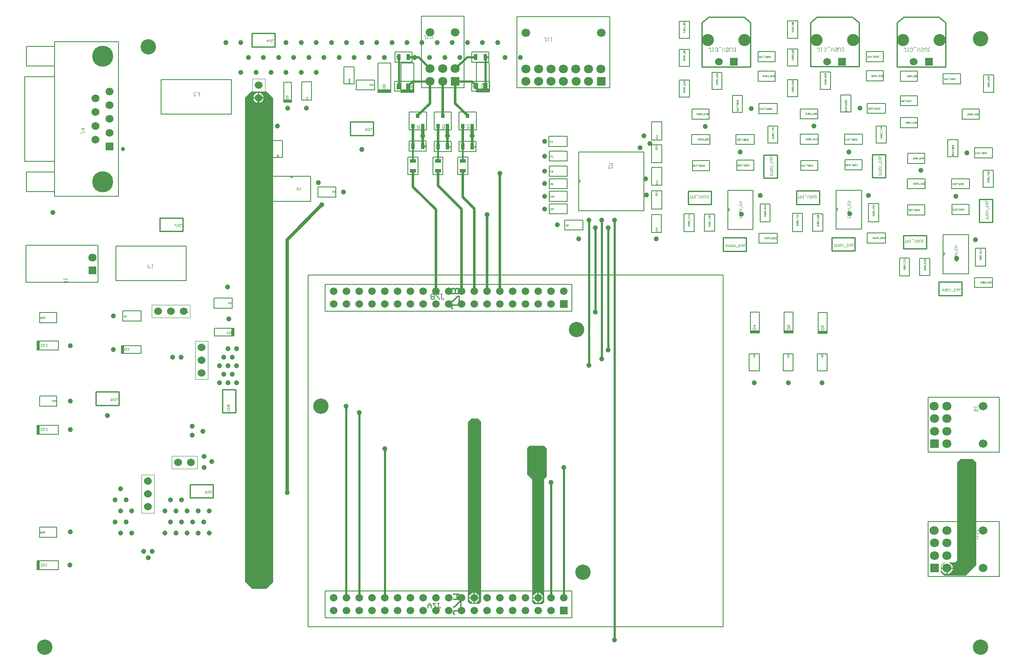
<source format=gbl>
G04*
G04 #@! TF.GenerationSoftware,Altium Limited,Altium Designer,18.0.7 (293)*
G04*
G04 Layer_Physical_Order=4*
G04 Layer_Color=16711680*
%FSLAX44Y44*%
%MOMM*%
G71*
G01*
G75*
%ADD10C,0.1524*%
%ADD11C,0.2540*%
%ADD12C,0.3000*%
%ADD13C,0.4000*%
%ADD14C,0.2000*%
%ADD15C,0.1000*%
%ADD16C,0.1270*%
%ADD17C,0.1520*%
%ADD19R,0.5080X1.7780*%
%ADD20R,2.5400X0.6350*%
%ADD21R,1.7780X0.5080*%
%ADD22R,0.5080X1.5240*%
%ADD23R,1.5240X0.5080*%
%ADD24C,0.0800*%
%ADD25C,0.1016*%
%ADD26R,1.3000X0.7000*%
%ADD32R,0.7000X1.3000*%
%ADD39R,0.9000X1.3000*%
%ADD73C,0.5000*%
%ADD74C,0.7000*%
%ADD75C,3.0500*%
%ADD76C,1.5240*%
%ADD77C,2.4130*%
%ADD78C,1.5300*%
%ADD79R,1.5300X1.5300*%
%ADD80R,1.8000X1.8000*%
%ADD81C,1.8000*%
%ADD82C,1.7000*%
%ADD83C,1.8000*%
%ADD84R,1.8000X1.8000*%
%ADD85C,1.5080*%
%ADD86R,1.5080X1.5080*%
%ADD87C,1.5621*%
%ADD88R,1.5621X1.5621*%
%ADD89C,4.1910*%
%ADD90C,1.6350*%
%ADD91R,1.6350X1.6350*%
%ADD92C,1.0000*%
%ADD107R,0.8000X0.9000*%
G36*
X1863872Y420000D02*
X1856872Y413000D01*
X1856872Y218000D01*
X1852872Y214000D01*
X1837927D01*
X1839879Y213743D01*
X1842686Y212580D01*
X1845097Y210730D01*
X1846947Y208320D01*
X1848109Y205513D01*
X1848339Y203770D01*
X1836867D01*
X1825394D01*
X1825624Y205513D01*
X1826786Y208320D01*
X1828636Y210730D01*
X1831047Y212580D01*
X1833854Y213743D01*
X1835807Y214000D01*
X1830872D01*
X1824872Y208000D01*
X1824872Y194000D01*
X1830872Y188000D01*
X1873872D01*
X1894872Y209000D01*
X1894872Y413000D01*
X1887872Y420000D01*
X1863872Y420000D01*
D02*
G37*
G36*
X1002872Y442000D02*
X1002872Y441891D01*
X1002872Y389000D01*
X1012872Y379000D01*
X1012872Y135000D01*
X1016872Y131000D01*
X1032872Y131000D01*
X1036872Y135000D01*
X1036872Y380000D01*
X1041872Y385000D01*
X1041872Y441000D01*
X1036872Y446000D01*
X1036664D01*
X1006872Y446000D01*
X1002872Y442000D01*
D02*
G37*
G36*
X884872Y493000D02*
X884872Y136000D01*
X888872Y132000D01*
X906872D01*
X910872Y136000D01*
Y494000D01*
X904872Y500000D01*
X891872Y500000D01*
X884872Y493000D01*
D02*
G37*
G36*
X441872Y1138580D02*
Y175580D01*
X455872Y161580D01*
X484452D01*
X497872Y175000D01*
X497872Y1138000D01*
X485292Y1150580D01*
X453872Y1150580D01*
X441872Y1138580D01*
D02*
G37*
%LPC*%
G36*
X1838137Y201230D02*
X1848339D01*
X1848109Y199487D01*
X1846947Y196680D01*
X1845097Y194270D01*
X1842686Y192420D01*
X1839879Y191257D01*
X1838137Y191028D01*
Y201230D01*
D02*
G37*
G36*
X1825394D02*
X1835597D01*
Y191028D01*
X1833854Y191257D01*
X1831047Y192420D01*
X1828636Y194270D01*
X1826786Y196680D01*
X1825624Y199487D01*
X1825394Y201230D01*
D02*
G37*
G36*
X1023002Y153600D02*
Y144870D01*
X1014272D01*
X1014451Y146231D01*
X1015467Y148684D01*
X1017082Y150789D01*
X1019188Y152405D01*
X1021640Y153420D01*
X1023002Y153600D01*
D02*
G37*
G36*
X1025542Y153600D02*
X1026903Y153420D01*
X1029355Y152405D01*
X1031461Y150789D01*
X1033076Y148684D01*
X1034092Y146231D01*
X1034271Y144870D01*
X1025542D01*
Y153600D01*
D02*
G37*
G36*
Y142330D02*
X1034271D01*
X1034092Y140969D01*
X1033076Y138517D01*
X1031461Y136411D01*
X1029355Y134795D01*
X1026903Y133779D01*
X1025542Y133600D01*
Y142330D01*
D02*
G37*
G36*
X1014272D02*
X1023002D01*
Y133600D01*
X1021640Y133779D01*
X1019188Y134795D01*
X1017082Y136411D01*
X1015467Y138517D01*
X1014451Y140969D01*
X1014272Y142330D01*
D02*
G37*
G36*
X896002Y153600D02*
Y144870D01*
X887272D01*
X887451Y146231D01*
X888467Y148684D01*
X890082Y150789D01*
X892188Y152405D01*
X894640Y153420D01*
X896002Y153600D01*
D02*
G37*
G36*
X898542Y153600D02*
X899903Y153420D01*
X902355Y152405D01*
X904461Y150789D01*
X906076Y148684D01*
X907092Y146231D01*
X907271Y144870D01*
X898542D01*
Y153600D01*
D02*
G37*
G36*
Y142330D02*
X907271D01*
X907092Y140969D01*
X906076Y138517D01*
X904461Y136411D01*
X902355Y134795D01*
X899903Y133779D01*
X898542Y133600D01*
Y142330D01*
D02*
G37*
G36*
X887272D02*
X896002D01*
Y133600D01*
X894640Y133779D01*
X892188Y134795D01*
X890082Y136411D01*
X888467Y138517D01*
X887451Y140969D01*
X887272Y142330D01*
D02*
G37*
G36*
X467602Y1148081D02*
Y1139270D01*
X458791D01*
X458973Y1140652D01*
X459997Y1143124D01*
X461625Y1145246D01*
X463748Y1146875D01*
X466219Y1147898D01*
X467602Y1148081D01*
D02*
G37*
G36*
X470141Y1148081D02*
X471524Y1147898D01*
X473995Y1146875D01*
X476118Y1145246D01*
X477746Y1143124D01*
X478770Y1140652D01*
X478952Y1139270D01*
X470141D01*
Y1148081D01*
D02*
G37*
G36*
X458791Y1136730D02*
X467602D01*
Y1127919D01*
X466219Y1128102D01*
X463748Y1129125D01*
X461625Y1130754D01*
X459997Y1132876D01*
X458973Y1135348D01*
X458791Y1136730D01*
D02*
G37*
G36*
X470141D02*
X478952D01*
X478770Y1135348D01*
X477746Y1132876D01*
X476118Y1130754D01*
X473995Y1129125D01*
X471524Y1128102D01*
X470141Y1127919D01*
Y1136730D01*
D02*
G37*
%LPD*%
D10*
X1401226Y912452D02*
G03*
X1401226Y918548I0J3048D01*
G01*
X1616577Y912882D02*
G03*
X1616577Y918978I0J3048D01*
G01*
X1829226Y824452D02*
G03*
X1829226Y830548I0J3048D01*
G01*
X1104848Y968952D02*
G03*
X1104848Y975048I0J3048D01*
G01*
X531824Y982146D02*
G03*
X537920Y982146I3048J0D01*
G01*
X1451772Y876130D02*
Y953600D01*
X1401226Y876130D02*
Y912452D01*
Y918548D01*
Y953600D01*
X1667122Y876560D02*
Y954030D01*
X1616577Y876560D02*
Y912882D01*
Y918978D01*
Y954030D01*
X1879772Y788130D02*
Y865600D01*
X1829226Y788130D02*
Y824452D01*
Y830548D01*
Y865600D01*
X1234642Y913580D02*
Y1030420D01*
X1104848Y913580D02*
Y1030420D01*
X572972Y931600D02*
X495502D01*
X531824Y982146D02*
X495502D01*
X537920D02*
X531824D01*
X572972D02*
X537920D01*
D11*
X191732Y526300D02*
Y552970D01*
Y526300D02*
X146012D01*
Y552970D01*
X191732D02*
X146012D01*
X696732Y1063300D02*
Y1089970D01*
Y1063300D02*
X651012D01*
Y1089970D01*
X696732D02*
X651012D01*
X318732Y872300D02*
Y898970D01*
Y872300D02*
X273012D01*
Y898970D01*
X318732D02*
X273012D01*
X378732Y342300D02*
Y368970D01*
Y342300D02*
X333012D01*
Y368970D01*
X378732D02*
X333012D01*
X423842Y512140D02*
X397172D01*
Y557860D01*
X423842D02*
X397172D01*
X423842Y512140D02*
Y557860D01*
X501630Y1239300D02*
Y1265970D01*
Y1239300D02*
X455910D01*
Y1265970D01*
X501630D02*
X455910D01*
X1499572Y1024360D02*
X1472902D01*
X1499572Y978640D02*
Y1024360D01*
Y978640D02*
X1472902D01*
Y1024360D01*
X1714923Y1024790D02*
X1688253D01*
X1714923Y979070D02*
Y1024790D01*
Y979070D02*
X1688253D01*
Y1024790D01*
X1927572Y936360D02*
X1900902D01*
X1927572Y890640D02*
Y936360D01*
Y890640D02*
X1900902D01*
Y936360D01*
X1438232Y832800D02*
Y859470D01*
Y832800D02*
X1392512D01*
Y859470D01*
X1438232D02*
X1392512D01*
X1653582Y833230D02*
Y859900D01*
Y833230D02*
X1607863D01*
Y859900D01*
X1653582D02*
X1607863D01*
X1866232Y744800D02*
Y771470D01*
Y744800D02*
X1820512D01*
Y771470D01*
X1866232D02*
X1820512D01*
X1322512Y925530D02*
Y952200D01*
X1368232D02*
X1322512D01*
X1368232Y925530D02*
Y952200D01*
Y925530D02*
X1322512D01*
X1537863Y925960D02*
Y952630D01*
X1583582D02*
X1537863D01*
X1583582Y925960D02*
Y952630D01*
Y925960D02*
X1537863D01*
X1750512Y837530D02*
Y864200D01*
X1796232D02*
X1750512D01*
X1796232Y837530D02*
Y864200D01*
Y837530D02*
X1750512D01*
X1446521Y1199430D02*
Y1287430D01*
X1433321Y1298430D02*
X1363321D01*
X1350121Y1199430D02*
Y1287430D01*
X1358321Y1199430D02*
X1350121D01*
X1373321D02*
X1363321D01*
X1403321D02*
X1387321D01*
X1433321D02*
X1417321D01*
X1446521D02*
X1438321D01*
X1363321Y1298430D02*
X1350121Y1287430D01*
X1446521D02*
X1433321Y1298430D01*
X1363321Y1199430D02*
X1358321D01*
X1438321D02*
X1433321D01*
X1387321D02*
X1373321D01*
X1417321D02*
X1403321D01*
X1661872Y1199860D02*
Y1287860D01*
X1648672Y1298860D02*
X1578672D01*
X1565471Y1199860D02*
Y1287860D01*
X1573672Y1199860D02*
X1565471D01*
X1588672D02*
X1578672D01*
X1618672D02*
X1602672D01*
X1648672D02*
X1632672D01*
X1661872D02*
X1653672D01*
X1578672Y1298860D02*
X1565471Y1287860D01*
X1661872D02*
X1648672Y1298860D01*
X1578672Y1199860D02*
X1573672D01*
X1653672D02*
X1648672D01*
X1602672D02*
X1588672D01*
X1632672D02*
X1618672D01*
X1834072Y1199500D02*
Y1287500D01*
X1820872Y1298500D02*
X1750872D01*
X1737672Y1199500D02*
Y1287500D01*
X1745872Y1199500D02*
X1737672D01*
X1760872D02*
X1750872D01*
X1790872D02*
X1774872D01*
X1820872D02*
X1804872D01*
X1834072D02*
X1825872D01*
X1750872Y1298500D02*
X1737672Y1287500D01*
X1834072D02*
X1820872Y1298500D01*
X1750872Y1199500D02*
X1745872D01*
X1825872D02*
X1820872D01*
X1774872D02*
X1760872D01*
X1804872D02*
X1790872D01*
X870747Y120737D02*
Y115658D01*
Y118198D01*
X858051D01*
X855512Y115658D01*
Y113119D01*
X858051Y110580D01*
X870747Y125815D02*
Y135972D01*
X868207D01*
X858051Y125815D01*
X855512D01*
Y141050D02*
X865668D01*
X870747Y146129D01*
X865668Y151207D01*
X855512D01*
X863129D01*
Y141050D01*
X866937Y729067D02*
Y723988D01*
Y726528D01*
X854241D01*
X851702Y723988D01*
Y721449D01*
X854241Y718910D01*
X866937Y734145D02*
Y744302D01*
X864398D01*
X854241Y734145D01*
X851702D01*
X866937Y749380D02*
X851702D01*
Y756998D01*
X854241Y759537D01*
X856780D01*
X859319Y756998D01*
Y749380D01*
Y756998D01*
X861858Y759537D01*
X864398D01*
X866937Y756998D01*
Y749380D01*
D12*
X775872Y1012000D02*
Y1042000D01*
X825372Y1012000D02*
Y1040852D01*
X874872Y1012000D02*
Y1040852D01*
D13*
X786872Y1218932D02*
X766939D01*
X809872Y1195932D02*
X786872Y1218932D01*
X766939D02*
X766872Y1219000D01*
X1138122Y712000D02*
Y879500D01*
X1163872Y636000D02*
Y879150D01*
X1163522Y879500D01*
X1176222Y60000D02*
Y894500D01*
X1150872Y619000D02*
Y894450D01*
X1150822Y894500D01*
X1125422Y606000D02*
Y894500D01*
X719472Y143600D02*
Y440000D01*
X668672Y143600D02*
Y512000D01*
X643072Y524800D02*
X642872Y525000D01*
X643072Y143800D02*
Y524800D01*
X643272Y143600D02*
X643072Y143800D01*
X1075072Y143600D02*
Y403000D01*
X1049672Y143600D02*
Y373000D01*
X892939Y1170932D02*
X859872D01*
X900872Y1163000D02*
X892939Y1170932D01*
X774939D02*
X766872Y1162865D01*
X809872Y1170932D02*
X774939D01*
X747872Y1160865D02*
Y1219000D01*
X766872Y1160865D02*
Y1162865D01*
X900872Y1161000D02*
Y1163000D01*
X919872Y1161000D02*
X919622Y1161250D01*
Y1218750D01*
X919372Y1219000D01*
X900372D02*
X882939D01*
X859872Y1195932D01*
X834872D02*
Y1198500D01*
X766939Y1160798D02*
X766872Y1160865D01*
X197520Y1036016D02*
G03*
X197520Y1036016I2000J0D01*
G01*
D14*
X1929372Y1183000D02*
X1909372D01*
Y1149000D02*
Y1183000D01*
X1929372Y1149000D02*
X1909372D01*
X1929372D02*
Y1183000D01*
X33872Y690876D02*
Y710876D01*
X67872Y690876D02*
X33872D01*
X67872D02*
Y710876D01*
X33872D01*
Y264000D02*
Y284000D01*
X67872Y264000D02*
X33872D01*
X67872D02*
Y284000D01*
X33872D01*
X67872Y525000D02*
Y545000D01*
X33872D01*
Y525000D02*
Y545000D01*
X67872Y525000D02*
X33872D01*
X785872Y985500D02*
X765872D01*
Y1019500D01*
X785872D02*
X765872D01*
X785872Y985500D02*
Y1019500D01*
X884872Y985500D02*
X864872D01*
Y1019500D01*
X884872D02*
X864872D01*
X884872Y985500D02*
Y1019500D01*
X835372Y985500D02*
X815372D01*
Y1019500D01*
X835372D02*
X815372D01*
X835372Y985500D02*
Y1019500D01*
X926872Y1209000D02*
Y1229000D01*
Y1209000D02*
X892872D01*
Y1229000D01*
X926872D02*
X892872D01*
X658872Y1165500D02*
X638872D01*
X658872D02*
Y1199500D01*
X638872D01*
Y1165500D02*
Y1199500D01*
X740372Y1209000D02*
Y1229000D01*
X774372D02*
X740372D01*
X774372Y1209000D02*
Y1229000D01*
Y1209000D02*
X740372D01*
X474872Y940000D02*
X454872D01*
X474872D02*
Y974000D01*
X454872D01*
Y940000D02*
Y974000D01*
X1430372Y1109000D02*
X1410372D01*
X1430372D02*
Y1143000D01*
X1410372D01*
Y1109000D02*
Y1143000D01*
X1645723Y1109430D02*
X1625723D01*
X1645723D02*
Y1143430D01*
X1625723D01*
Y1109430D02*
Y1143430D01*
X1858372Y1021000D02*
X1838372D01*
X1858372D02*
Y1055000D01*
X1838372D01*
Y1021000D02*
Y1055000D01*
X1418872Y994000D02*
Y1014000D01*
X1452872Y994000D02*
X1418872D01*
X1452872D02*
Y1014000D01*
X1418872D01*
X1634223Y994430D02*
Y1014430D01*
X1668223Y994430D02*
X1634223D01*
X1668223D02*
Y1014430D01*
X1634223D01*
X1846872Y906000D02*
Y926000D01*
X1880872Y906000D02*
X1846872D01*
X1880872D02*
Y926000D01*
X1846872D01*
X1500872Y1081500D02*
X1480872D01*
Y1047500D02*
Y1081500D01*
X1500872Y1047500D02*
X1480872D01*
X1500872D02*
Y1081500D01*
X1716223Y1081930D02*
X1696223D01*
Y1047930D02*
Y1081930D01*
X1716223Y1047930D02*
X1696223D01*
X1716223D02*
Y1081930D01*
X1928872Y993500D02*
X1908872D01*
Y959500D02*
Y993500D01*
X1928872Y959500D02*
X1908872D01*
X1928872D02*
Y993500D01*
X1389935Y1188500D02*
X1369935D01*
Y1154500D02*
Y1188500D01*
X1389935Y1154500D02*
X1369935D01*
X1389935D02*
Y1188500D01*
X1605286Y1188930D02*
X1585286D01*
Y1154930D02*
Y1188930D01*
X1605286Y1154930D02*
X1585286D01*
X1605286D02*
Y1188930D01*
X1900872Y1095367D02*
Y1115367D01*
X1866872D01*
Y1095367D02*
Y1115367D01*
X1900872Y1095367D02*
X1866872D01*
X1495372Y1171000D02*
Y1191000D01*
X1461372D01*
Y1171000D02*
Y1191000D01*
X1495372Y1171000D02*
X1461372D01*
X1710723Y1171430D02*
Y1191430D01*
X1676723D01*
Y1171430D02*
Y1191430D01*
X1710723Y1171430D02*
X1676723D01*
X1461372Y1209500D02*
Y1229500D01*
X1495372Y1209500D02*
X1461372D01*
X1495372D02*
Y1229500D01*
X1461372D01*
X1676723Y1209930D02*
Y1229930D01*
X1710723Y1209930D02*
X1676723D01*
X1710723D02*
Y1229930D01*
X1676723D01*
X1829372Y1165500D02*
Y1185500D01*
X1863372Y1165500D02*
X1829372D01*
X1863372D02*
Y1185500D01*
X1829372D01*
X1364372Y1095500D02*
Y1115500D01*
X1330372D01*
Y1095500D02*
Y1115500D01*
X1364372Y1095500D02*
X1330372D01*
X1579722Y1095930D02*
Y1115930D01*
X1545723D01*
Y1095930D02*
Y1115930D01*
X1579722Y1095930D02*
X1545723D01*
X1792372Y1007500D02*
Y1027500D01*
X1758372D01*
Y1007500D02*
Y1027500D01*
X1792372Y1007500D02*
X1758372D01*
X1374872Y906500D02*
X1354872D01*
Y872500D02*
Y906500D01*
X1374872Y872500D02*
X1354872D01*
X1374872D02*
Y906500D01*
X1590222Y906930D02*
X1570222D01*
Y872930D02*
Y906930D01*
X1590222Y872930D02*
X1570222D01*
X1590222D02*
Y906930D01*
X1802872Y818500D02*
X1782872D01*
Y784500D02*
Y818500D01*
X1802872Y784500D02*
X1782872D01*
X1802872D02*
Y818500D01*
X1330872Y993000D02*
Y1013000D01*
X1364872Y993000D02*
X1330872D01*
X1364872D02*
Y1013000D01*
X1330872D01*
X1546223Y993430D02*
Y1013430D01*
X1580222Y993430D02*
X1546223D01*
X1580222D02*
Y1013430D01*
X1546223D01*
X1758872Y905000D02*
Y925000D01*
X1792872Y905000D02*
X1758872D01*
X1792872D02*
Y925000D01*
X1758872D01*
X1324872Y1173500D02*
X1304872D01*
Y1139500D02*
Y1173500D01*
X1324872Y1139500D02*
X1304872D01*
X1324872D02*
Y1173500D01*
X1540222Y1173930D02*
X1520222D01*
Y1139930D02*
Y1173930D01*
X1540222Y1139930D02*
X1520222D01*
X1540222D02*
Y1173930D01*
X1778372Y1078500D02*
Y1098500D01*
X1744372D01*
Y1078500D02*
Y1098500D01*
X1778372Y1078500D02*
X1744372D01*
X1324872Y1234500D02*
X1304872D01*
Y1200500D02*
Y1234500D01*
X1324872Y1200500D02*
X1304872D01*
X1324872D02*
Y1234500D01*
X1540222Y1234930D02*
X1520222D01*
Y1200930D02*
Y1234930D01*
X1540222Y1200930D02*
X1520222D01*
X1540222D02*
Y1234930D01*
X1744372Y1122000D02*
Y1142000D01*
X1778372Y1122000D02*
X1744372D01*
X1778372D02*
Y1142000D01*
X1744372D01*
X1324872Y1290000D02*
X1304872D01*
Y1256000D02*
Y1290000D01*
X1324872Y1256000D02*
X1304872D01*
X1324872D02*
Y1290000D01*
X1540222Y1290430D02*
X1520222D01*
Y1256430D02*
Y1290430D01*
X1540222Y1256430D02*
X1520222D01*
X1540222D02*
Y1290430D01*
X1778372Y1171000D02*
Y1191000D01*
X1744372D01*
Y1171000D02*
Y1191000D01*
X1778372Y1171000D02*
X1744372D01*
X901372Y1030852D02*
Y1050852D01*
Y1030852D02*
X867372D01*
Y1050852D01*
X901372D02*
X867372D01*
X851872Y1030852D02*
Y1050852D01*
Y1030852D02*
X817872D01*
Y1050852D01*
X851872D02*
X817872D01*
X802372Y1032000D02*
Y1052000D01*
Y1032000D02*
X768372D01*
Y1052000D01*
X802372D02*
X768372D01*
X1598872Y629000D02*
X1578871D01*
Y595000D02*
Y629000D01*
X1598872Y595000D02*
X1578871D01*
X1598872D02*
Y629000D01*
X1531371D02*
X1511371D01*
Y595000D02*
Y629000D01*
X1531371Y595000D02*
X1511371D01*
X1531371D02*
Y629000D01*
X1463871D02*
X1443871D01*
Y595000D02*
Y629000D01*
X1463871Y595000D02*
X1443871D01*
X1463871D02*
Y629000D01*
X516932Y1019000D02*
X496932D01*
X516932D02*
Y1053000D01*
X496932D01*
Y1019000D02*
Y1053000D01*
X901542Y1074380D02*
Y1109940D01*
X867252D01*
Y1074380D02*
Y1109940D01*
X901542Y1074380D02*
X867252D01*
X852042Y1074380D02*
Y1109940D01*
X817752D01*
Y1074380D02*
Y1109940D01*
X852042Y1074380D02*
X817752D01*
X802542Y1074380D02*
Y1109940D01*
X768252D01*
Y1074380D02*
Y1109940D01*
X802542Y1074380D02*
X768252D01*
X150302Y770850D02*
Y844550D01*
Y770850D02*
X8062D01*
X7142Y789275D02*
Y826125D01*
X150302Y844550D02*
X7142D01*
Y770850D02*
Y789275D01*
Y826125D02*
Y844550D01*
X414721Y1156711D02*
Y1173856D01*
Y1105276D02*
Y1122421D01*
X275021Y1105276D02*
Y1173856D01*
X414721D02*
X275021D01*
X414721Y1105276D02*
X275021D01*
X414721Y1122421D02*
Y1156711D01*
X186022Y774710D02*
Y791855D01*
Y826145D02*
Y843290D01*
X325722Y774710D02*
Y843290D01*
Y774710D02*
X186022D01*
X325722Y843290D02*
X186022D01*
Y791855D02*
Y826145D01*
X71062Y653890D02*
X29152D01*
X71062Y636110D02*
Y653890D01*
Y636110D02*
X29152D01*
Y653890D01*
X71062Y217390D02*
X29152D01*
X71062Y199610D02*
Y217390D01*
Y199610D02*
X29152D01*
Y217390D01*
X71062Y486890D02*
X29152D01*
X71062Y469110D02*
Y486890D01*
Y469110D02*
X29152D01*
Y486890D01*
X902172Y1149250D02*
Y1207670D01*
X927572D02*
X902172D01*
X927572Y1149250D02*
Y1207670D01*
Y1149250D02*
X902172D01*
X706144Y1148294D02*
Y1206714D01*
X731544D02*
X706144D01*
X731544Y1148294D02*
Y1206714D01*
Y1148294D02*
X706144D01*
X752172D02*
Y1206714D01*
X777572D02*
X752172D01*
X777572Y1148294D02*
Y1206714D01*
Y1148294D02*
X752172D01*
X1580981Y669140D02*
Y711050D01*
X1598761D02*
X1580981D01*
X1598761Y669140D02*
Y711050D01*
Y669140D02*
X1580981D01*
X1513481Y670140D02*
Y712050D01*
X1531261D02*
X1513481D01*
X1531261Y670140D02*
Y712050D01*
Y670140D02*
X1513481D01*
X1445981D02*
Y712050D01*
X1463761D02*
X1445981D01*
X1463761Y670140D02*
Y712050D01*
Y670140D02*
X1445981D01*
X235652Y629380D02*
Y644620D01*
Y629380D02*
X196282D01*
Y644620D01*
X235652D02*
X196282D01*
X381092Y664380D02*
Y679620D01*
X420462D02*
X381092D01*
X420462Y664380D02*
Y679620D01*
Y664380D02*
X381092D01*
X534492Y1168780D02*
X519252D01*
X534492Y1129410D02*
Y1168780D01*
Y1129410D02*
X519252D01*
Y1168780D01*
X892372Y1151000D02*
Y1171000D01*
X928372D02*
X892372D01*
X928372Y1151000D02*
Y1171000D01*
Y1151000D02*
X892372D01*
X699372Y1153534D02*
Y1173534D01*
X663372D01*
Y1153534D02*
Y1173534D01*
X699372Y1153534D02*
X663372D01*
X775372Y1150865D02*
Y1170865D01*
Y1150865D02*
X739372D01*
Y1170865D01*
X775372D02*
X739372D01*
X1463372Y1106436D02*
Y1126437D01*
X1499372Y1106436D02*
X1463372D01*
X1499372D02*
Y1126437D01*
X1463372D01*
X1678723Y1106867D02*
Y1126867D01*
X1714722Y1106867D02*
X1678723D01*
X1714722D02*
Y1126867D01*
X1678723D01*
X1891372Y1018437D02*
Y1038437D01*
X1927372Y1018437D02*
X1891372D01*
X1927372D02*
Y1038437D01*
X1891372D01*
X1417872Y1045000D02*
Y1065000D01*
X1453872Y1045000D02*
X1417872D01*
X1453872D02*
Y1065000D01*
X1417872D01*
X1633223Y1045430D02*
Y1065430D01*
X1669223Y1045430D02*
X1633223D01*
X1669223D02*
Y1065430D01*
X1633223D01*
X1845872Y957000D02*
Y977000D01*
X1881872Y957000D02*
X1845872D01*
X1881872D02*
Y977000D01*
X1845872D01*
X1499372Y848500D02*
Y868500D01*
X1463372D01*
Y848500D02*
Y868500D01*
X1499372Y848500D02*
X1463372D01*
X1714723Y848930D02*
Y868930D01*
X1678723D01*
Y848930D02*
Y868930D01*
X1714723Y848930D02*
X1678723D01*
X1927372Y760500D02*
Y780500D01*
X1891372D01*
Y760500D02*
Y780500D01*
X1927372Y760500D02*
X1891372D01*
X1485682Y927000D02*
X1465682D01*
Y891000D02*
Y927000D01*
X1485682Y891000D02*
X1465682D01*
X1485682D02*
Y927000D01*
X1701033Y927430D02*
X1681033D01*
Y891430D02*
Y927430D01*
X1701033Y891430D02*
X1681033D01*
X1701033D02*
Y927430D01*
X1913682Y839000D02*
X1893682D01*
Y803000D02*
Y839000D01*
X1913682Y803000D02*
X1893682D01*
X1913682D02*
Y839000D01*
X1365872Y1045000D02*
Y1065000D01*
X1329872D01*
Y1045000D02*
Y1065000D01*
X1365872Y1045000D02*
X1329872D01*
X1581223Y1045430D02*
Y1065430D01*
X1545223D01*
Y1045430D02*
Y1065430D01*
X1581223Y1045430D02*
X1545223D01*
X1793872Y957000D02*
Y977000D01*
X1757872D01*
Y957000D02*
Y977000D01*
X1793872Y957000D02*
X1757872D01*
X1334372Y907500D02*
X1314372D01*
Y871500D02*
Y907500D01*
X1334372Y871500D02*
X1314372D01*
X1334372D02*
Y907500D01*
X1549723Y907930D02*
X1529722D01*
Y871930D02*
Y907930D01*
X1549723Y871930D02*
X1529722D01*
X1549723D02*
Y907930D01*
X1762372Y819500D02*
X1742372D01*
Y783500D02*
Y819500D01*
X1762372Y783500D02*
X1742372D01*
X1762372D02*
Y819500D01*
X1269598Y870000D02*
X1249598D01*
X1269598D02*
Y906000D01*
X1249598D01*
Y870000D02*
Y906000D01*
X1269872Y953000D02*
X1249872D01*
Y917000D02*
Y953000D01*
X1269872Y917000D02*
X1249872D01*
X1269872D02*
Y953000D01*
Y1054000D02*
X1249872D01*
X1269872D02*
Y1090000D01*
X1249872D01*
Y1054000D02*
Y1090000D01*
X1269872Y1044500D02*
X1249872D01*
Y1008500D02*
Y1044500D01*
X1269872Y1008500D02*
X1249872D01*
X1269872D02*
Y1044500D01*
Y964000D02*
X1249872D01*
X1269872D02*
Y1000000D01*
X1249872D01*
Y964000D02*
Y1000000D01*
X1046372Y907000D02*
Y927000D01*
X1082372Y907000D02*
X1046372D01*
X1082372D02*
Y927000D01*
X1046372D01*
Y932000D02*
Y952000D01*
X1082372Y932000D02*
X1046372D01*
X1082372D02*
Y952000D01*
X1046372D01*
Y957000D02*
Y977000D01*
X1082372Y957000D02*
X1046372D01*
X1082372D02*
Y977000D01*
X1046372D01*
Y982000D02*
Y1002000D01*
X1082372Y982000D02*
X1046372D01*
X1082372D02*
Y1002000D01*
X1046372D01*
Y1012000D02*
Y1032000D01*
X1082372Y1012000D02*
X1046372D01*
X1082372D02*
Y1032000D01*
X1046372D01*
X1045872Y1041000D02*
Y1061000D01*
X1081872Y1041000D02*
X1045872D01*
X1081872D02*
Y1061000D01*
X1045872D01*
X1077372Y875000D02*
Y895000D01*
X1113372Y875000D02*
X1077372D01*
X1113372D02*
Y895000D01*
X1077372D01*
X622872Y940650D02*
Y960650D01*
X586872D01*
Y940650D02*
Y960650D01*
X622872Y940650D02*
X586872D01*
X199372Y694000D02*
Y714000D01*
X235372Y694000D02*
X199372D01*
X235372D02*
Y714000D01*
X199372D01*
X416372Y719500D02*
Y739500D01*
X380372D01*
Y719500D02*
Y739500D01*
X416372Y719500D02*
X380372D01*
X574372Y1133500D02*
X554372D01*
X574372D02*
Y1169500D01*
X554372D01*
Y1133500D02*
Y1169500D01*
X825207Y132997D02*
X828539D01*
X826873D01*
Y124666D01*
X828539Y123000D01*
X830206D01*
X831872Y124666D01*
X821875Y132997D02*
X815210D01*
Y131331D01*
X821875Y124666D01*
Y123000D01*
X811878D02*
Y129664D01*
X808546Y132997D01*
X805213Y129664D01*
Y123000D01*
Y127998D01*
X811878D01*
X831207Y746997D02*
X834539D01*
X832873D01*
Y738666D01*
X834539Y737000D01*
X836206D01*
X837872Y738666D01*
X827875Y746997D02*
X821210D01*
Y745331D01*
X827875Y738666D01*
Y737000D01*
X817878Y746997D02*
Y737000D01*
X812880D01*
X811214Y738666D01*
Y740332D01*
X812880Y741998D01*
X817878D01*
X812880D01*
X811214Y743664D01*
Y745331D01*
X812880Y746997D01*
X817878D01*
D15*
X481572Y1125300D02*
Y1150700D01*
Y1176100D02*
X456172D01*
X481572Y1149430D02*
Y1176100D01*
Y1125300D02*
X456172D01*
Y1176100D01*
X261572Y311900D02*
Y388100D01*
X236172D01*
Y311900D02*
Y363970D01*
X261572Y311900D02*
X236172D01*
Y362700D02*
Y388100D01*
X322172Y400300D02*
X296772D01*
X347572D02*
Y425700D01*
Y400300D02*
X320902D01*
X296772D02*
Y425700D01*
X347572D02*
X296772D01*
X368572Y577900D02*
Y654100D01*
X343172D01*
Y577900D02*
Y629970D01*
X368572Y577900D02*
X343172D01*
Y628700D02*
Y654100D01*
X332972Y700300D02*
X256772D01*
X332972D02*
Y725700D01*
X308842D02*
X256772D01*
Y700300D02*
Y725700D01*
X332972D02*
X307572D01*
X1164652Y1008322D02*
X1170483D01*
X1171650Y1007156D01*
Y1004823D01*
X1170483Y1003657D01*
X1164652D01*
X1171650Y996659D02*
Y1001324D01*
X1166984Y996659D01*
X1165818D01*
X1164652Y997825D01*
Y1000158D01*
X1165818Y1001324D01*
X886739Y1080252D02*
X883406D01*
X882573Y1079419D01*
Y1077753D01*
X883406Y1076920D01*
X886739D01*
X887572Y1077753D01*
Y1079419D01*
X885906Y1078586D02*
X887572Y1080252D01*
Y1079419D02*
X886739Y1080252D01*
X883406Y1081918D02*
X882573Y1082751D01*
Y1084417D01*
X883406Y1085251D01*
X884239D01*
X885072Y1084417D01*
Y1083585D01*
Y1084417D01*
X885906Y1085251D01*
X886739D01*
X887572Y1084417D01*
Y1082751D01*
X886739Y1081918D01*
X837238Y1080252D02*
X833906D01*
X833073Y1079419D01*
Y1077753D01*
X833906Y1076920D01*
X837238D01*
X838072Y1077753D01*
Y1079419D01*
X836405Y1078586D02*
X838072Y1080252D01*
Y1079419D02*
X837238Y1080252D01*
X838072Y1085251D02*
Y1081918D01*
X834739Y1085251D01*
X833906D01*
X833073Y1084417D01*
Y1082751D01*
X833906Y1081918D01*
X787739Y1080252D02*
X784406D01*
X783573Y1079419D01*
Y1077753D01*
X784406Y1076920D01*
X787739D01*
X788572Y1077753D01*
Y1079419D01*
X786906Y1078586D02*
X788572Y1080252D01*
Y1079419D02*
X787739Y1080252D01*
X788572Y1081918D02*
Y1083585D01*
Y1082751D01*
X783573D01*
X784406Y1081918D01*
X88719Y774265D02*
Y771933D01*
Y773099D01*
X82888D01*
X81722Y771933D01*
Y770766D01*
X82888Y769600D01*
X81722Y776598D02*
Y778930D01*
Y777764D01*
X88719D01*
X87553Y776598D01*
X346651Y1148962D02*
X351221D01*
Y1145534D01*
X348936D01*
X351221D01*
Y1142106D01*
X339795D02*
X344365D01*
X339795Y1146676D01*
Y1147819D01*
X340937Y1148962D01*
X343223D01*
X344365Y1147819D01*
X254092Y799604D02*
X249522D01*
Y803032D01*
X251807D01*
X249522D01*
Y806460D01*
X256377D02*
X258663D01*
X257520D01*
Y799604D01*
X256377Y800747D01*
X36772Y643050D02*
Y648048D01*
X39271D01*
X40104Y647215D01*
Y643883D01*
X39271Y643050D01*
X36772D01*
X41770Y648048D02*
X43436D01*
X42603D01*
Y643050D01*
X41770Y643883D01*
X49268Y648048D02*
X45935D01*
X49268Y644716D01*
Y643883D01*
X48435Y643050D01*
X46768D01*
X45935Y643883D01*
X36772Y206550D02*
Y211548D01*
X39271D01*
X40104Y210715D01*
Y207383D01*
X39271Y206550D01*
X36772D01*
X41770Y211548D02*
X43436D01*
X42603D01*
Y206550D01*
X41770Y207383D01*
X45935Y211548D02*
X47601D01*
X46768D01*
Y206550D01*
X45935Y207383D01*
X36772Y476050D02*
Y481048D01*
X39271D01*
X40104Y480215D01*
Y476883D01*
X39271Y476050D01*
X36772D01*
X41770Y481048D02*
X43436D01*
X42603D01*
Y476050D01*
X41770Y476883D01*
X45935D02*
X46768Y476050D01*
X48435D01*
X49268Y476883D01*
Y480215D01*
X48435Y481048D01*
X46768D01*
X45935Y480215D01*
Y476883D01*
X1591822Y676760D02*
X1586823D01*
Y679259D01*
X1587657Y680092D01*
X1590989D01*
X1591822Y679259D01*
Y676760D01*
Y685091D02*
X1590989Y683425D01*
X1589323Y681758D01*
X1587657D01*
X1586823Y682591D01*
Y684258D01*
X1587657Y685091D01*
X1588490D01*
X1589323Y684258D01*
Y681758D01*
X1524322Y677760D02*
X1519323D01*
Y680259D01*
X1520157Y681092D01*
X1523489D01*
X1524322Y680259D01*
Y677760D01*
Y686091D02*
Y682758D01*
X1521823D01*
X1522656Y684425D01*
Y685258D01*
X1521823Y686091D01*
X1520157D01*
X1519323Y685258D01*
Y683591D01*
X1520157Y682758D01*
X1456822Y677760D02*
X1451823D01*
Y680259D01*
X1452657Y681092D01*
X1455989D01*
X1456822Y680259D01*
Y677760D01*
X1451823Y685258D02*
X1456822D01*
X1454323Y682758D01*
Y686091D01*
X202632Y635812D02*
Y640810D01*
X205131D01*
X205964Y639977D01*
Y636645D01*
X205131Y635812D01*
X202632D01*
X207630Y636645D02*
X208463Y635812D01*
X210129D01*
X210962Y636645D01*
Y637478D01*
X210129Y638311D01*
X209296D01*
X210129D01*
X210962Y639144D01*
Y639977D01*
X210129Y640810D01*
X208463D01*
X207630Y639977D01*
X414112Y673188D02*
Y668190D01*
X411612D01*
X410779Y669023D01*
Y672355D01*
X411612Y673188D01*
X414112D01*
X405781Y668190D02*
X409113D01*
X405781Y671522D01*
Y672355D01*
X406614Y673188D01*
X408280D01*
X409113Y672355D01*
X528060Y1135760D02*
X523062D01*
Y1138259D01*
X523895Y1139092D01*
X527227D01*
X528060Y1138259D01*
Y1135760D01*
X523062Y1140758D02*
Y1142424D01*
Y1141591D01*
X528060D01*
X527227Y1140758D01*
D16*
X792672Y1157862D02*
Y1299763D01*
X877072D02*
X792672D01*
X877072Y1157862D02*
Y1299763D01*
Y1157862D02*
X792672D01*
X1166992Y1298978D02*
X982672Y1298978D01*
X1166992Y1157500D02*
Y1298978D01*
Y1157500D02*
X1051752D01*
X982672D02*
Y1298978D01*
X1051752Y1157500D02*
X982672D01*
X1940600Y294810D02*
X1799122D01*
X1940600Y185590D02*
Y294810D01*
Y185590D02*
X1799122D01*
Y294810D01*
X1940600Y542310D02*
X1799122D01*
X1940600Y433090D02*
Y542310D01*
Y433090D02*
X1799122D01*
Y542310D01*
X1392472Y85700D02*
X567472D01*
Y785700D01*
X1392472D02*
X567472D01*
X1392472Y85700D02*
Y785700D01*
X64120Y1239861D02*
X8220D01*
Y1201507D02*
Y1239861D01*
X64120Y1201507D02*
X8220D01*
X64120Y989925D02*
X8220D01*
Y951571D02*
Y989925D01*
X64120Y951571D02*
X8220D01*
X64120Y1011116D02*
X4420D01*
Y1180316D01*
X64120D02*
X4420D01*
X190620Y941666D02*
X64120D01*
Y951571D01*
Y989925D01*
Y1011116D01*
Y1180316D01*
Y1201507D01*
Y1239861D01*
Y1249766D01*
X190620D02*
X64120D01*
X190620Y941666D02*
Y1249766D01*
D17*
X1451772Y953600D02*
X1401226D01*
X1451772Y876130D02*
X1401226D01*
X1667122Y954030D02*
X1616577D01*
X1667122Y876560D02*
X1616577D01*
X1879772Y865600D02*
X1829226D01*
X1879772Y788130D02*
X1829226D01*
X1234642Y1030420D02*
X1104848D01*
X1234642Y913580D02*
X1104848D01*
X572972Y931600D02*
Y982146D01*
X495502Y931600D02*
Y982146D01*
X1091732Y104230D02*
Y157570D01*
X601512D01*
Y104230D02*
Y157570D01*
X1091732Y104230D02*
X601512D01*
X1091732Y713830D02*
X601512D01*
Y767170D01*
X1091732D02*
X601512D01*
X1091732Y713830D02*
Y767170D01*
D19*
X31692Y645000D02*
D03*
Y208500D02*
D03*
Y478000D02*
D03*
D20*
X914872Y1152425D02*
D03*
X718844Y1151469D02*
D03*
X764872D02*
D03*
D21*
X1589872Y671680D02*
D03*
X1522372Y672680D02*
D03*
X1454871D02*
D03*
D22*
X198822Y637000D02*
D03*
X417922Y672000D02*
D03*
D23*
X526872Y1131950D02*
D03*
D24*
X1920642Y1180986D02*
X1917643D01*
Y1179486D01*
X1918142Y1178987D01*
X1919142D01*
X1919642Y1179486D01*
Y1180986D01*
Y1179986D02*
X1920642Y1178987D01*
Y1177987D02*
Y1176987D01*
Y1177487D01*
X1917643D01*
X1918142Y1177987D01*
X1917643Y1173488D02*
Y1175488D01*
X1919142D01*
X1918642Y1174488D01*
Y1173988D01*
X1919142Y1173488D01*
X1920142D01*
X1920642Y1173988D01*
Y1174988D01*
X1920142Y1175488D01*
X1921141Y1172489D02*
Y1170489D01*
X1917643Y1169490D02*
X1919642D01*
X1920642Y1168490D01*
X1919642Y1167490D01*
X1917643D01*
X1918142Y1164491D02*
X1917643Y1164991D01*
Y1165991D01*
X1918142Y1166491D01*
X1918642D01*
X1919142Y1165991D01*
Y1164991D01*
X1919642Y1164491D01*
X1920142D01*
X1920642Y1164991D01*
Y1165991D01*
X1920142Y1166491D01*
X1917643Y1163492D02*
X1920142D01*
X1920642Y1162992D01*
Y1161992D01*
X1920142Y1161492D01*
X1917643D01*
X1920642Y1160493D02*
Y1159493D01*
Y1159993D01*
X1917643D01*
X1918142Y1160493D01*
X35886Y702146D02*
Y699147D01*
X37385D01*
X37885Y699647D01*
Y700647D01*
X37385Y701146D01*
X35886D01*
X36885D02*
X37885Y702146D01*
X40884D02*
X38885D01*
X40884Y700147D01*
Y699647D01*
X40384Y699147D01*
X39385D01*
X38885Y699647D01*
X41884Y701646D02*
X42383Y702146D01*
X43383D01*
X43883Y701646D01*
Y699647D01*
X43383Y699147D01*
X42383D01*
X41884Y699647D01*
Y700147D01*
X42383Y700647D01*
X43883D01*
X35886Y275270D02*
Y272271D01*
X37385D01*
X37885Y272771D01*
Y273771D01*
X37385Y274270D01*
X35886D01*
X36885D02*
X37885Y275270D01*
X40884D02*
X38885D01*
X40884Y273271D01*
Y272771D01*
X40384Y272271D01*
X39385D01*
X38885Y272771D01*
X41884D02*
X42383Y272271D01*
X43383D01*
X43883Y272771D01*
Y273271D01*
X43383Y273771D01*
X43883Y274270D01*
Y274770D01*
X43383Y275270D01*
X42383D01*
X41884Y274770D01*
Y274270D01*
X42383Y273771D01*
X41884Y273271D01*
Y272771D01*
X42383Y273771D02*
X43383D01*
X65858Y533730D02*
Y536729D01*
X64358D01*
X63858Y536229D01*
Y535229D01*
X64358Y534730D01*
X65858D01*
X64858D02*
X63858Y533730D01*
X60859D02*
X62859D01*
X60859Y535729D01*
Y536229D01*
X61359Y536729D01*
X62359D01*
X62859Y536229D01*
X59859Y536729D02*
X57860D01*
Y536229D01*
X59859Y534230D01*
Y533730D01*
X777142Y987514D02*
X774143D01*
Y989014D01*
X774642Y989513D01*
X775642D01*
X776142Y989014D01*
Y987514D01*
Y988514D02*
X777142Y989513D01*
Y992512D02*
Y990513D01*
X775142Y992512D01*
X774642D01*
X774143Y992012D01*
Y991013D01*
X774642Y990513D01*
X774143Y995511D02*
X774642Y994512D01*
X775642Y993512D01*
X776642D01*
X777142Y994012D01*
Y995012D01*
X776642Y995511D01*
X776142D01*
X775642Y995012D01*
Y993512D01*
X876142Y987514D02*
X873143D01*
Y989014D01*
X873642Y989513D01*
X874642D01*
X875142Y989014D01*
Y987514D01*
Y988514D02*
X876142Y989513D01*
Y992512D02*
Y990513D01*
X874142Y992512D01*
X873642D01*
X873143Y992012D01*
Y991013D01*
X873642Y990513D01*
X873143Y995511D02*
Y993512D01*
X874642D01*
X874142Y994512D01*
Y995012D01*
X874642Y995511D01*
X875642D01*
X876142Y995012D01*
Y994012D01*
X875642Y993512D01*
X826642Y987514D02*
X823643D01*
Y989014D01*
X824142Y989513D01*
X825142D01*
X825642Y989014D01*
Y987514D01*
Y988514D02*
X826642Y989513D01*
Y992512D02*
Y990513D01*
X824642Y992512D01*
X824142D01*
X823643Y992012D01*
Y991013D01*
X824142Y990513D01*
X826642Y995012D02*
X823643D01*
X825142Y993512D01*
Y995511D01*
X924858Y1220270D02*
Y1217271D01*
X923358D01*
X922858Y1217771D01*
Y1218771D01*
X923358Y1219270D01*
X924858D01*
X923858D02*
X922858Y1220270D01*
X919859D02*
X921859D01*
X919859Y1218271D01*
Y1217771D01*
X920359Y1217271D01*
X921359D01*
X921859Y1217771D01*
X918859D02*
X918360Y1217271D01*
X917360D01*
X916860Y1217771D01*
Y1218271D01*
X917360Y1218771D01*
X917860D01*
X917360D01*
X916860Y1219270D01*
Y1219770D01*
X917360Y1220270D01*
X918360D01*
X918859Y1219770D01*
X647602Y1167514D02*
X650601D01*
Y1169014D01*
X650101Y1169513D01*
X649101D01*
X648601Y1169014D01*
Y1167514D01*
Y1168514D02*
X647602Y1169513D01*
Y1172512D02*
Y1170513D01*
X649601Y1172512D01*
X650101D01*
X650601Y1172012D01*
Y1171013D01*
X650101Y1170513D01*
X647602Y1175511D02*
Y1173512D01*
X649601Y1175511D01*
X650101D01*
X650601Y1175012D01*
Y1174012D01*
X650101Y1173512D01*
X742386Y1217730D02*
Y1220729D01*
X743885D01*
X744385Y1220229D01*
Y1219230D01*
X743885Y1218730D01*
X742386D01*
X743385D02*
X744385Y1217730D01*
X747384D02*
X745385D01*
X747384Y1219729D01*
Y1220229D01*
X746884Y1220729D01*
X745884D01*
X745385Y1220229D01*
X748384Y1217730D02*
X749383D01*
X748884D01*
Y1220729D01*
X748384Y1220229D01*
X463602Y942014D02*
X466601D01*
Y943513D01*
X466101Y944013D01*
X465101D01*
X464601Y943513D01*
Y942014D01*
Y943014D02*
X463602Y944013D01*
Y947012D02*
Y945013D01*
X465601Y947012D01*
X466101D01*
X466601Y946513D01*
Y945513D01*
X466101Y945013D01*
Y948012D02*
X466601Y948512D01*
Y949512D01*
X466101Y950011D01*
X464101D01*
X463602Y949512D01*
Y948512D01*
X464101Y948012D01*
X466101D01*
X1419102Y1111014D02*
X1422101D01*
Y1112514D01*
X1421601Y1113013D01*
X1420601D01*
X1420101Y1112514D01*
Y1111014D01*
Y1112014D02*
X1419102Y1113013D01*
Y1114013D02*
Y1115013D01*
Y1114513D01*
X1422101D01*
X1421601Y1114013D01*
X1419601Y1116512D02*
X1419102Y1117012D01*
Y1118012D01*
X1419601Y1118512D01*
X1421601D01*
X1422101Y1118012D01*
Y1117012D01*
X1421601Y1116512D01*
X1421101D01*
X1420601Y1117012D01*
Y1118512D01*
X1418602Y1119511D02*
Y1121511D01*
X1422101Y1122510D02*
X1420101D01*
X1419102Y1123510D01*
X1420101Y1124510D01*
X1422101D01*
X1421601Y1127509D02*
X1422101Y1127009D01*
Y1126009D01*
X1421601Y1125509D01*
X1421101D01*
X1420601Y1126009D01*
Y1127009D01*
X1420101Y1127509D01*
X1419601D01*
X1419102Y1127009D01*
Y1126009D01*
X1419601Y1125509D01*
X1422101Y1128508D02*
X1419601D01*
X1419102Y1129008D01*
Y1130008D01*
X1419601Y1130508D01*
X1422101D01*
X1421601Y1131507D02*
X1422101Y1132007D01*
Y1133007D01*
X1421601Y1133507D01*
X1421101D01*
X1420601Y1133007D01*
Y1132507D01*
Y1133007D01*
X1420101Y1133507D01*
X1419601D01*
X1419102Y1133007D01*
Y1132007D01*
X1419601Y1131507D01*
X1634453Y1111444D02*
X1637452D01*
Y1112944D01*
X1636952Y1113443D01*
X1635952D01*
X1635452Y1112944D01*
Y1111444D01*
Y1112444D02*
X1634453Y1113443D01*
Y1114443D02*
Y1115443D01*
Y1114943D01*
X1637452D01*
X1636952Y1114443D01*
X1634952Y1116942D02*
X1634453Y1117442D01*
Y1118442D01*
X1634952Y1118942D01*
X1636952D01*
X1637452Y1118442D01*
Y1117442D01*
X1636952Y1116942D01*
X1636452D01*
X1635952Y1117442D01*
Y1118942D01*
X1633953Y1119941D02*
Y1121941D01*
X1637452Y1122940D02*
X1635452D01*
X1634453Y1123940D01*
X1635452Y1124940D01*
X1637452D01*
X1636952Y1127939D02*
X1637452Y1127439D01*
Y1126439D01*
X1636952Y1125939D01*
X1636452D01*
X1635952Y1126439D01*
Y1127439D01*
X1635452Y1127939D01*
X1634952D01*
X1634453Y1127439D01*
Y1126439D01*
X1634952Y1125939D01*
X1637452Y1128938D02*
X1634952D01*
X1634453Y1129438D01*
Y1130438D01*
X1634952Y1130938D01*
X1637452D01*
X1634453Y1133937D02*
Y1131937D01*
X1636452Y1133937D01*
X1636952D01*
X1637452Y1133437D01*
Y1132437D01*
X1636952Y1131937D01*
X1847102Y1023014D02*
X1850101D01*
Y1024513D01*
X1849601Y1025013D01*
X1848601D01*
X1848101Y1024513D01*
Y1023014D01*
Y1024014D02*
X1847102Y1025013D01*
Y1026013D02*
Y1027013D01*
Y1026513D01*
X1850101D01*
X1849601Y1026013D01*
X1847601Y1028512D02*
X1847102Y1029012D01*
Y1030012D01*
X1847601Y1030512D01*
X1849601D01*
X1850101Y1030012D01*
Y1029012D01*
X1849601Y1028512D01*
X1849101D01*
X1848601Y1029012D01*
Y1030512D01*
X1846602Y1031511D02*
Y1033511D01*
X1850101Y1034510D02*
X1848101D01*
X1847102Y1035510D01*
X1848101Y1036510D01*
X1850101D01*
X1849601Y1039509D02*
X1850101Y1039009D01*
Y1038009D01*
X1849601Y1037509D01*
X1849101D01*
X1848601Y1038009D01*
Y1039009D01*
X1848101Y1039509D01*
X1847601D01*
X1847102Y1039009D01*
Y1038009D01*
X1847601Y1037509D01*
X1850101Y1040508D02*
X1847601D01*
X1847102Y1041008D01*
Y1042008D01*
X1847601Y1042508D01*
X1850101D01*
X1847102Y1043507D02*
Y1044507D01*
Y1044007D01*
X1850101D01*
X1849601Y1043507D01*
X1420886Y1005270D02*
Y1002271D01*
X1422385D01*
X1422885Y1002771D01*
Y1003771D01*
X1422385Y1004270D01*
X1420886D01*
X1421885D02*
X1422885Y1005270D01*
X1423885D02*
X1424884D01*
X1424384D01*
Y1002271D01*
X1423885Y1002771D01*
X1426384D02*
X1426884Y1002271D01*
X1427883D01*
X1428383Y1002771D01*
Y1003271D01*
X1427883Y1003771D01*
X1428383Y1004270D01*
Y1004770D01*
X1427883Y1005270D01*
X1426884D01*
X1426384Y1004770D01*
Y1004270D01*
X1426884Y1003771D01*
X1426384Y1003271D01*
Y1002771D01*
X1426884Y1003771D02*
X1427883D01*
X1429383Y1005770D02*
X1431382D01*
X1432382Y1002271D02*
Y1004270D01*
X1433382Y1005270D01*
X1434381Y1004270D01*
Y1002271D01*
X1437380Y1002771D02*
X1436880Y1002271D01*
X1435881D01*
X1435381Y1002771D01*
Y1003271D01*
X1435881Y1003771D01*
X1436880D01*
X1437380Y1004270D01*
Y1004770D01*
X1436880Y1005270D01*
X1435881D01*
X1435381Y1004770D01*
X1438380Y1002271D02*
Y1004770D01*
X1438880Y1005270D01*
X1439879D01*
X1440379Y1004770D01*
Y1002271D01*
X1441379Y1002771D02*
X1441879Y1002271D01*
X1442879D01*
X1443378Y1002771D01*
Y1003271D01*
X1442879Y1003771D01*
X1442379D01*
X1442879D01*
X1443378Y1004270D01*
Y1004770D01*
X1442879Y1005270D01*
X1441879D01*
X1441379Y1004770D01*
X1636237Y1005700D02*
Y1002701D01*
X1637736D01*
X1638236Y1003201D01*
Y1004201D01*
X1637736Y1004700D01*
X1636237D01*
X1637236D02*
X1638236Y1005700D01*
X1639236D02*
X1640235D01*
X1639735D01*
Y1002701D01*
X1639236Y1003201D01*
X1641735D02*
X1642235Y1002701D01*
X1643234D01*
X1643734Y1003201D01*
Y1003701D01*
X1643234Y1004201D01*
X1643734Y1004700D01*
Y1005200D01*
X1643234Y1005700D01*
X1642235D01*
X1641735Y1005200D01*
Y1004700D01*
X1642235Y1004201D01*
X1641735Y1003701D01*
Y1003201D01*
X1642235Y1004201D02*
X1643234D01*
X1644734Y1006200D02*
X1646733D01*
X1647733Y1002701D02*
Y1004700D01*
X1648732Y1005700D01*
X1649732Y1004700D01*
Y1002701D01*
X1652731Y1003201D02*
X1652231Y1002701D01*
X1651232D01*
X1650732Y1003201D01*
Y1003701D01*
X1651232Y1004201D01*
X1652231D01*
X1652731Y1004700D01*
Y1005200D01*
X1652231Y1005700D01*
X1651232D01*
X1650732Y1005200D01*
X1653731Y1002701D02*
Y1005200D01*
X1654231Y1005700D01*
X1655230D01*
X1655730Y1005200D01*
Y1002701D01*
X1658729Y1005700D02*
X1656730D01*
X1658729Y1003701D01*
Y1003201D01*
X1658229Y1002701D01*
X1657230D01*
X1656730Y1003201D01*
X1848886Y917270D02*
Y914271D01*
X1850385D01*
X1850885Y914771D01*
Y915770D01*
X1850385Y916270D01*
X1848886D01*
X1849885D02*
X1850885Y917270D01*
X1851885D02*
X1852884D01*
X1852384D01*
Y914271D01*
X1851885Y914771D01*
X1854384D02*
X1854884Y914271D01*
X1855883D01*
X1856383Y914771D01*
Y915271D01*
X1855883Y915770D01*
X1856383Y916270D01*
Y916770D01*
X1855883Y917270D01*
X1854884D01*
X1854384Y916770D01*
Y916270D01*
X1854884Y915770D01*
X1854384Y915271D01*
Y914771D01*
X1854884Y915770D02*
X1855883D01*
X1857383Y917770D02*
X1859382D01*
X1860382Y914271D02*
Y916270D01*
X1861382Y917270D01*
X1862381Y916270D01*
Y914271D01*
X1865380Y914771D02*
X1864880Y914271D01*
X1863881D01*
X1863381Y914771D01*
Y915271D01*
X1863881Y915770D01*
X1864880D01*
X1865380Y916270D01*
Y916770D01*
X1864880Y917270D01*
X1863881D01*
X1863381Y916770D01*
X1866380Y914271D02*
Y916770D01*
X1866880Y917270D01*
X1867879D01*
X1868379Y916770D01*
Y914271D01*
X1869379Y917270D02*
X1870379D01*
X1869879D01*
Y914271D01*
X1869379Y914771D01*
X1492142Y1079486D02*
X1489143D01*
Y1077987D01*
X1489642Y1077487D01*
X1490642D01*
X1491142Y1077987D01*
Y1079486D01*
Y1078486D02*
X1492142Y1077487D01*
Y1076487D02*
Y1075487D01*
Y1075987D01*
X1489143D01*
X1489642Y1076487D01*
X1489143Y1073988D02*
Y1071989D01*
X1489642D01*
X1491642Y1073988D01*
X1492142D01*
X1492641Y1070989D02*
Y1068989D01*
X1489143Y1067990D02*
X1491142D01*
X1492142Y1066990D01*
X1491142Y1065990D01*
X1489143D01*
X1489642Y1062991D02*
X1489143Y1063491D01*
Y1064491D01*
X1489642Y1064991D01*
X1490142D01*
X1490642Y1064491D01*
Y1063491D01*
X1491142Y1062991D01*
X1491642D01*
X1492142Y1063491D01*
Y1064491D01*
X1491642Y1064991D01*
X1489143Y1061992D02*
X1491642D01*
X1492142Y1061492D01*
Y1060492D01*
X1491642Y1059992D01*
X1489143D01*
X1489642Y1058993D02*
X1489143Y1058493D01*
Y1057493D01*
X1489642Y1056993D01*
X1490142D01*
X1490642Y1057493D01*
Y1057993D01*
Y1057493D01*
X1491142Y1056993D01*
X1491642D01*
X1492142Y1057493D01*
Y1058493D01*
X1491642Y1058993D01*
X1707493Y1079916D02*
X1704494D01*
Y1078417D01*
X1704993Y1077917D01*
X1705993D01*
X1706493Y1078417D01*
Y1079916D01*
Y1078916D02*
X1707493Y1077917D01*
Y1076917D02*
Y1075917D01*
Y1076417D01*
X1704494D01*
X1704993Y1076917D01*
X1704494Y1074418D02*
Y1072419D01*
X1704993D01*
X1706993Y1074418D01*
X1707493D01*
X1707992Y1071419D02*
Y1069419D01*
X1704494Y1068420D02*
X1706493D01*
X1707493Y1067420D01*
X1706493Y1066420D01*
X1704494D01*
X1704993Y1063421D02*
X1704494Y1063921D01*
Y1064921D01*
X1704993Y1065421D01*
X1705493D01*
X1705993Y1064921D01*
Y1063921D01*
X1706493Y1063421D01*
X1706993D01*
X1707493Y1063921D01*
Y1064921D01*
X1706993Y1065421D01*
X1704494Y1062422D02*
X1706993D01*
X1707493Y1061922D01*
Y1060922D01*
X1706993Y1060422D01*
X1704494D01*
X1707493Y1057423D02*
Y1059423D01*
X1705493Y1057423D01*
X1704993D01*
X1704494Y1057923D01*
Y1058923D01*
X1704993Y1059423D01*
X1920142Y991486D02*
X1917143D01*
Y989986D01*
X1917642Y989487D01*
X1918642D01*
X1919142Y989986D01*
Y991486D01*
Y990486D02*
X1920142Y989487D01*
Y988487D02*
Y987487D01*
Y987987D01*
X1917143D01*
X1917642Y988487D01*
X1917143Y985988D02*
Y983988D01*
X1917642D01*
X1919642Y985988D01*
X1920142D01*
X1920641Y982989D02*
Y980989D01*
X1917143Y979990D02*
X1919142D01*
X1920142Y978990D01*
X1919142Y977990D01*
X1917143D01*
X1917642Y974991D02*
X1917143Y975491D01*
Y976491D01*
X1917642Y976991D01*
X1918142D01*
X1918642Y976491D01*
Y975491D01*
X1919142Y974991D01*
X1919642D01*
X1920142Y975491D01*
Y976491D01*
X1919642Y976991D01*
X1917143Y973992D02*
X1919642D01*
X1920142Y973492D01*
Y972492D01*
X1919642Y971992D01*
X1917143D01*
X1920142Y970993D02*
Y969993D01*
Y970493D01*
X1917143D01*
X1917642Y970993D01*
X1381205Y1186486D02*
X1378206D01*
Y1184986D01*
X1378706Y1184487D01*
X1379706D01*
X1380206Y1184986D01*
Y1186486D01*
Y1185486D02*
X1381205Y1184487D01*
Y1183487D02*
Y1182487D01*
Y1182987D01*
X1378206D01*
X1378706Y1183487D01*
X1378206Y1178988D02*
X1378706Y1179988D01*
X1379706Y1180988D01*
X1380705D01*
X1381205Y1180488D01*
Y1179488D01*
X1380705Y1178988D01*
X1380206D01*
X1379706Y1179488D01*
Y1180988D01*
X1381705Y1177989D02*
Y1175989D01*
X1378206Y1174990D02*
X1380206D01*
X1381205Y1173990D01*
X1380206Y1172990D01*
X1378206D01*
X1378706Y1169991D02*
X1378206Y1170491D01*
Y1171491D01*
X1378706Y1171991D01*
X1379206D01*
X1379706Y1171491D01*
Y1170491D01*
X1380206Y1169991D01*
X1380705D01*
X1381205Y1170491D01*
Y1171491D01*
X1380705Y1171991D01*
X1378206Y1168992D02*
X1380705D01*
X1381205Y1168492D01*
Y1167492D01*
X1380705Y1166992D01*
X1378206D01*
X1378706Y1165993D02*
X1378206Y1165493D01*
Y1164493D01*
X1378706Y1163993D01*
X1379206D01*
X1379706Y1164493D01*
Y1164993D01*
Y1164493D01*
X1380206Y1163993D01*
X1380705D01*
X1381205Y1164493D01*
Y1165493D01*
X1380705Y1165993D01*
X1596556Y1186916D02*
X1593557D01*
Y1185417D01*
X1594057Y1184917D01*
X1595057D01*
X1595556Y1185417D01*
Y1186916D01*
Y1185916D02*
X1596556Y1184917D01*
Y1183917D02*
Y1182917D01*
Y1183417D01*
X1593557D01*
X1594057Y1183917D01*
X1593557Y1179418D02*
X1594057Y1180418D01*
X1595057Y1181418D01*
X1596056D01*
X1596556Y1180918D01*
Y1179918D01*
X1596056Y1179418D01*
X1595556D01*
X1595057Y1179918D01*
Y1181418D01*
X1597056Y1178419D02*
Y1176420D01*
X1593557Y1175420D02*
X1595556D01*
X1596556Y1174420D01*
X1595556Y1173420D01*
X1593557D01*
X1594057Y1170421D02*
X1593557Y1170921D01*
Y1171921D01*
X1594057Y1172421D01*
X1594557D01*
X1595057Y1171921D01*
Y1170921D01*
X1595556Y1170421D01*
X1596056D01*
X1596556Y1170921D01*
Y1171921D01*
X1596056Y1172421D01*
X1593557Y1169422D02*
X1596056D01*
X1596556Y1168922D01*
Y1167922D01*
X1596056Y1167422D01*
X1593557D01*
X1596556Y1164423D02*
Y1166423D01*
X1594557Y1164423D01*
X1594057D01*
X1593557Y1164923D01*
Y1165923D01*
X1594057Y1166423D01*
X1898858Y1104097D02*
Y1107096D01*
X1897358D01*
X1896858Y1106596D01*
Y1105596D01*
X1897358Y1105096D01*
X1898858D01*
X1897858D02*
X1896858Y1104097D01*
X1895859D02*
X1894859D01*
X1895359D01*
Y1107096D01*
X1895859Y1106596D01*
X1891360Y1107096D02*
X1892360Y1106596D01*
X1893359Y1105596D01*
Y1104596D01*
X1892859Y1104097D01*
X1891860D01*
X1891360Y1104596D01*
Y1105096D01*
X1891860Y1105596D01*
X1893359D01*
X1890360Y1103597D02*
X1888361D01*
X1887361Y1107096D02*
Y1105096D01*
X1886362Y1104097D01*
X1885362Y1105096D01*
Y1107096D01*
X1882363Y1106596D02*
X1882863Y1107096D01*
X1883862D01*
X1884362Y1106596D01*
Y1106096D01*
X1883862Y1105596D01*
X1882863D01*
X1882363Y1105096D01*
Y1104596D01*
X1882863Y1104097D01*
X1883862D01*
X1884362Y1104596D01*
X1881363Y1107096D02*
Y1104596D01*
X1880863Y1104097D01*
X1879864D01*
X1879364Y1104596D01*
Y1107096D01*
X1878364Y1104097D02*
X1877365D01*
X1877864D01*
Y1107096D01*
X1878364Y1106596D01*
X1493358Y1179730D02*
Y1182729D01*
X1491858D01*
X1491358Y1182229D01*
Y1181229D01*
X1491858Y1180730D01*
X1493358D01*
X1492358D02*
X1491358Y1179730D01*
X1490359D02*
X1489359D01*
X1489859D01*
Y1182729D01*
X1490359Y1182229D01*
X1485860Y1182729D02*
X1487859D01*
Y1181229D01*
X1486860Y1181729D01*
X1486360D01*
X1485860Y1181229D01*
Y1180230D01*
X1486360Y1179730D01*
X1487360D01*
X1487859Y1180230D01*
X1484860Y1179230D02*
X1482861D01*
X1481861Y1182729D02*
Y1180730D01*
X1480862Y1179730D01*
X1479862Y1180730D01*
Y1182729D01*
X1476863Y1182229D02*
X1477363Y1182729D01*
X1478362D01*
X1478862Y1182229D01*
Y1181729D01*
X1478362Y1181229D01*
X1477363D01*
X1476863Y1180730D01*
Y1180230D01*
X1477363Y1179730D01*
X1478362D01*
X1478862Y1180230D01*
X1475863Y1182729D02*
Y1180230D01*
X1475363Y1179730D01*
X1474364D01*
X1473864Y1180230D01*
Y1182729D01*
X1472864Y1182229D02*
X1472364Y1182729D01*
X1471365D01*
X1470865Y1182229D01*
Y1181729D01*
X1471365Y1181229D01*
X1471865D01*
X1471365D01*
X1470865Y1180730D01*
Y1180230D01*
X1471365Y1179730D01*
X1472364D01*
X1472864Y1180230D01*
X1708708Y1180160D02*
Y1183159D01*
X1707209D01*
X1706709Y1182659D01*
Y1181660D01*
X1707209Y1181160D01*
X1708708D01*
X1707709D02*
X1706709Y1180160D01*
X1705710D02*
X1704710D01*
X1705210D01*
Y1183159D01*
X1705710Y1182659D01*
X1701211Y1183159D02*
X1703210D01*
Y1181660D01*
X1702211Y1182159D01*
X1701711D01*
X1701211Y1181660D01*
Y1180660D01*
X1701711Y1180160D01*
X1702711D01*
X1703210Y1180660D01*
X1700211Y1179660D02*
X1698212D01*
X1697212Y1183159D02*
Y1181160D01*
X1696213Y1180160D01*
X1695213Y1181160D01*
Y1183159D01*
X1692214Y1182659D02*
X1692714Y1183159D01*
X1693713D01*
X1694213Y1182659D01*
Y1182159D01*
X1693713Y1181660D01*
X1692714D01*
X1692214Y1181160D01*
Y1180660D01*
X1692714Y1180160D01*
X1693713D01*
X1694213Y1180660D01*
X1691214Y1183159D02*
Y1180660D01*
X1690714Y1180160D01*
X1689715D01*
X1689215Y1180660D01*
Y1183159D01*
X1686216Y1180160D02*
X1688215D01*
X1686216Y1182159D01*
Y1182659D01*
X1686716Y1183159D01*
X1687715D01*
X1688215Y1182659D01*
X1463386Y1220770D02*
Y1217771D01*
X1464885D01*
X1465385Y1218271D01*
Y1219270D01*
X1464885Y1219770D01*
X1463386D01*
X1464385D02*
X1465385Y1220770D01*
X1466385D02*
X1467384D01*
X1466884D01*
Y1217771D01*
X1466385Y1218271D01*
X1470383Y1220770D02*
Y1217771D01*
X1468884Y1219270D01*
X1470883D01*
X1471883Y1221270D02*
X1473882D01*
X1474882Y1217771D02*
Y1219770D01*
X1475882Y1220770D01*
X1476881Y1219770D01*
Y1217771D01*
X1479880Y1218271D02*
X1479380Y1217771D01*
X1478381D01*
X1477881Y1218271D01*
Y1218771D01*
X1478381Y1219270D01*
X1479380D01*
X1479880Y1219770D01*
Y1220270D01*
X1479380Y1220770D01*
X1478381D01*
X1477881Y1220270D01*
X1480880Y1217771D02*
Y1220270D01*
X1481380Y1220770D01*
X1482379D01*
X1482879Y1220270D01*
Y1217771D01*
X1483879Y1218271D02*
X1484379Y1217771D01*
X1485379D01*
X1485878Y1218271D01*
Y1218771D01*
X1485379Y1219270D01*
X1484879D01*
X1485379D01*
X1485878Y1219770D01*
Y1220270D01*
X1485379Y1220770D01*
X1484379D01*
X1483879Y1220270D01*
X1678737Y1221200D02*
Y1218201D01*
X1680236D01*
X1680736Y1218701D01*
Y1219700D01*
X1680236Y1220200D01*
X1678737D01*
X1679736D02*
X1680736Y1221200D01*
X1681736D02*
X1682735D01*
X1682235D01*
Y1218201D01*
X1681736Y1218701D01*
X1685734Y1221200D02*
Y1218201D01*
X1684235Y1219700D01*
X1686234D01*
X1687234Y1221700D02*
X1689233D01*
X1690233Y1218201D02*
Y1220200D01*
X1691232Y1221200D01*
X1692232Y1220200D01*
Y1218201D01*
X1695231Y1218701D02*
X1694731Y1218201D01*
X1693732D01*
X1693232Y1218701D01*
Y1219201D01*
X1693732Y1219700D01*
X1694731D01*
X1695231Y1220200D01*
Y1220700D01*
X1694731Y1221200D01*
X1693732D01*
X1693232Y1220700D01*
X1696231Y1218201D02*
Y1220700D01*
X1696731Y1221200D01*
X1697730D01*
X1698230Y1220700D01*
Y1218201D01*
X1701229Y1221200D02*
X1699230D01*
X1701229Y1219201D01*
Y1218701D01*
X1700729Y1218201D01*
X1699730D01*
X1699230Y1218701D01*
X1831386Y1176770D02*
Y1173771D01*
X1832885D01*
X1833385Y1174271D01*
Y1175270D01*
X1832885Y1175770D01*
X1831386D01*
X1832385D02*
X1833385Y1176770D01*
X1834385D02*
X1835384D01*
X1834884D01*
Y1173771D01*
X1834385Y1174271D01*
X1838383Y1176770D02*
Y1173771D01*
X1836884Y1175270D01*
X1838883D01*
X1839883Y1177270D02*
X1841882D01*
X1842882Y1173771D02*
Y1175770D01*
X1843882Y1176770D01*
X1844881Y1175770D01*
Y1173771D01*
X1847880Y1174271D02*
X1847380Y1173771D01*
X1846381D01*
X1845881Y1174271D01*
Y1174771D01*
X1846381Y1175270D01*
X1847380D01*
X1847880Y1175770D01*
Y1176270D01*
X1847380Y1176770D01*
X1846381D01*
X1845881Y1176270D01*
X1848880Y1173771D02*
Y1176270D01*
X1849380Y1176770D01*
X1850379D01*
X1850879Y1176270D01*
Y1173771D01*
X1851879Y1176770D02*
X1852879D01*
X1852379D01*
Y1173771D01*
X1851879Y1174271D01*
X1362358Y1104230D02*
Y1107229D01*
X1360858D01*
X1360358Y1106729D01*
Y1105730D01*
X1360858Y1105230D01*
X1362358D01*
X1361358D02*
X1360358Y1104230D01*
X1359359D02*
X1358359D01*
X1358859D01*
Y1107229D01*
X1359359Y1106729D01*
X1356859D02*
X1356360Y1107229D01*
X1355360D01*
X1354860Y1106729D01*
Y1106229D01*
X1355360Y1105730D01*
X1355860D01*
X1355360D01*
X1354860Y1105230D01*
Y1104730D01*
X1355360Y1104230D01*
X1356360D01*
X1356859Y1104730D01*
X1353860Y1103730D02*
X1351861D01*
X1350861Y1107229D02*
Y1105230D01*
X1349862Y1104230D01*
X1348862Y1105230D01*
Y1107229D01*
X1345863Y1106729D02*
X1346363Y1107229D01*
X1347363D01*
X1347862Y1106729D01*
Y1106229D01*
X1347363Y1105730D01*
X1346363D01*
X1345863Y1105230D01*
Y1104730D01*
X1346363Y1104230D01*
X1347363D01*
X1347862Y1104730D01*
X1344863Y1107229D02*
Y1104730D01*
X1344364Y1104230D01*
X1343364D01*
X1342864Y1104730D01*
Y1107229D01*
X1341864Y1106729D02*
X1341364Y1107229D01*
X1340365D01*
X1339865Y1106729D01*
Y1106229D01*
X1340365Y1105730D01*
X1340865D01*
X1340365D01*
X1339865Y1105230D01*
Y1104730D01*
X1340365Y1104230D01*
X1341364D01*
X1341864Y1104730D01*
X1577709Y1104660D02*
Y1107659D01*
X1576209D01*
X1575709Y1107159D01*
Y1106160D01*
X1576209Y1105660D01*
X1577709D01*
X1576709D02*
X1575709Y1104660D01*
X1574709D02*
X1573710D01*
X1574210D01*
Y1107659D01*
X1574709Y1107159D01*
X1572210D02*
X1571711Y1107659D01*
X1570711D01*
X1570211Y1107159D01*
Y1106659D01*
X1570711Y1106160D01*
X1571211D01*
X1570711D01*
X1570211Y1105660D01*
Y1105160D01*
X1570711Y1104660D01*
X1571711D01*
X1572210Y1105160D01*
X1569211Y1104160D02*
X1567212D01*
X1566212Y1107659D02*
Y1105660D01*
X1565213Y1104660D01*
X1564213Y1105660D01*
Y1107659D01*
X1561214Y1107159D02*
X1561714Y1107659D01*
X1562713D01*
X1563213Y1107159D01*
Y1106659D01*
X1562713Y1106160D01*
X1561714D01*
X1561214Y1105660D01*
Y1105160D01*
X1561714Y1104660D01*
X1562713D01*
X1563213Y1105160D01*
X1560214Y1107659D02*
Y1105160D01*
X1559714Y1104660D01*
X1558715D01*
X1558215Y1105160D01*
Y1107659D01*
X1555216Y1104660D02*
X1557215D01*
X1555216Y1106659D01*
Y1107159D01*
X1555716Y1107659D01*
X1556715D01*
X1557215Y1107159D01*
X1790358Y1016230D02*
Y1019229D01*
X1788858D01*
X1788358Y1018729D01*
Y1017729D01*
X1788858Y1017230D01*
X1790358D01*
X1789358D02*
X1788358Y1016230D01*
X1787359D02*
X1786359D01*
X1786859D01*
Y1019229D01*
X1787359Y1018729D01*
X1784859D02*
X1784360Y1019229D01*
X1783360D01*
X1782860Y1018729D01*
Y1018229D01*
X1783360Y1017729D01*
X1783860D01*
X1783360D01*
X1782860Y1017230D01*
Y1016730D01*
X1783360Y1016230D01*
X1784360D01*
X1784859Y1016730D01*
X1781860Y1015730D02*
X1779861D01*
X1778861Y1019229D02*
Y1017230D01*
X1777862Y1016230D01*
X1776862Y1017230D01*
Y1019229D01*
X1773863Y1018729D02*
X1774363Y1019229D01*
X1775363D01*
X1775862Y1018729D01*
Y1018229D01*
X1775363Y1017729D01*
X1774363D01*
X1773863Y1017230D01*
Y1016730D01*
X1774363Y1016230D01*
X1775363D01*
X1775862Y1016730D01*
X1772863Y1019229D02*
Y1016730D01*
X1772363Y1016230D01*
X1771364D01*
X1770864Y1016730D01*
Y1019229D01*
X1769864Y1016230D02*
X1768865D01*
X1769364D01*
Y1019229D01*
X1769864Y1018729D01*
X1366142Y904486D02*
X1363143D01*
Y902987D01*
X1363642Y902487D01*
X1364642D01*
X1365142Y902987D01*
Y904486D01*
Y903486D02*
X1366142Y902487D01*
Y901487D02*
Y900487D01*
Y900987D01*
X1363143D01*
X1363642Y901487D01*
X1366142Y896989D02*
Y898988D01*
X1364142Y896989D01*
X1363642D01*
X1363143Y897488D01*
Y898488D01*
X1363642Y898988D01*
X1366642Y895989D02*
Y893989D01*
X1363143Y892990D02*
X1365142D01*
X1366142Y891990D01*
X1365142Y890990D01*
X1363143D01*
X1363642Y887991D02*
X1363143Y888491D01*
Y889491D01*
X1363642Y889991D01*
X1364142D01*
X1364642Y889491D01*
Y888491D01*
X1365142Y887991D01*
X1365642D01*
X1366142Y888491D01*
Y889491D01*
X1365642Y889991D01*
X1363143Y886992D02*
X1365642D01*
X1366142Y886492D01*
Y885492D01*
X1365642Y884992D01*
X1363143D01*
X1363642Y883993D02*
X1363143Y883493D01*
Y882493D01*
X1363642Y881993D01*
X1364142D01*
X1364642Y882493D01*
Y882993D01*
Y882493D01*
X1365142Y881993D01*
X1365642D01*
X1366142Y882493D01*
Y883493D01*
X1365642Y883993D01*
X1581492Y904916D02*
X1578493D01*
Y903417D01*
X1578993Y902917D01*
X1579993D01*
X1580493Y903417D01*
Y904916D01*
Y903916D02*
X1581492Y902917D01*
Y901917D02*
Y900917D01*
Y901417D01*
X1578493D01*
X1578993Y901917D01*
X1581492Y897419D02*
Y899418D01*
X1579493Y897419D01*
X1578993D01*
X1578493Y897918D01*
Y898918D01*
X1578993Y899418D01*
X1581992Y896419D02*
Y894419D01*
X1578493Y893420D02*
X1580493D01*
X1581492Y892420D01*
X1580493Y891420D01*
X1578493D01*
X1578993Y888421D02*
X1578493Y888921D01*
Y889921D01*
X1578993Y890421D01*
X1579493D01*
X1579993Y889921D01*
Y888921D01*
X1580493Y888421D01*
X1580993D01*
X1581492Y888921D01*
Y889921D01*
X1580993Y890421D01*
X1578493Y887422D02*
X1580993D01*
X1581492Y886922D01*
Y885922D01*
X1580993Y885422D01*
X1578493D01*
X1581492Y882423D02*
Y884423D01*
X1579493Y882423D01*
X1578993D01*
X1578493Y882923D01*
Y883923D01*
X1578993Y884423D01*
X1794142Y816486D02*
X1791143D01*
Y814986D01*
X1791642Y814487D01*
X1792642D01*
X1793142Y814986D01*
Y816486D01*
Y815486D02*
X1794142Y814487D01*
Y813487D02*
Y812487D01*
Y812987D01*
X1791143D01*
X1791642Y813487D01*
X1794142Y808988D02*
Y810988D01*
X1792142Y808988D01*
X1791642D01*
X1791143Y809488D01*
Y810488D01*
X1791642Y810988D01*
X1794641Y807989D02*
Y805989D01*
X1791143Y804990D02*
X1793142D01*
X1794142Y803990D01*
X1793142Y802990D01*
X1791143D01*
X1791642Y799991D02*
X1791143Y800491D01*
Y801491D01*
X1791642Y801991D01*
X1792142D01*
X1792642Y801491D01*
Y800491D01*
X1793142Y799991D01*
X1793642D01*
X1794142Y800491D01*
Y801491D01*
X1793642Y801991D01*
X1791143Y798992D02*
X1793642D01*
X1794142Y798492D01*
Y797492D01*
X1793642Y796992D01*
X1791143D01*
X1794142Y795993D02*
Y794993D01*
Y795493D01*
X1791143D01*
X1791642Y795993D01*
X1332886Y1004270D02*
Y1001271D01*
X1334385D01*
X1334885Y1001771D01*
Y1002770D01*
X1334385Y1003270D01*
X1332886D01*
X1333885D02*
X1334885Y1004270D01*
X1335885D02*
X1336884D01*
X1336384D01*
Y1001271D01*
X1335885Y1001771D01*
X1338384Y1004270D02*
X1339384D01*
X1338884D01*
Y1001271D01*
X1338384Y1001771D01*
X1340883Y1004770D02*
X1342882D01*
X1343882Y1001271D02*
Y1003270D01*
X1344882Y1004270D01*
X1345881Y1003270D01*
Y1001271D01*
X1348880Y1001771D02*
X1348381Y1001271D01*
X1347381D01*
X1346881Y1001771D01*
Y1002271D01*
X1347381Y1002770D01*
X1348381D01*
X1348880Y1003270D01*
Y1003770D01*
X1348381Y1004270D01*
X1347381D01*
X1346881Y1003770D01*
X1349880Y1001271D02*
Y1003770D01*
X1350380Y1004270D01*
X1351380D01*
X1351879Y1003770D01*
Y1001271D01*
X1352879Y1001771D02*
X1353379Y1001271D01*
X1354379D01*
X1354879Y1001771D01*
Y1002271D01*
X1354379Y1002770D01*
X1353879D01*
X1354379D01*
X1354879Y1003270D01*
Y1003770D01*
X1354379Y1004270D01*
X1353379D01*
X1352879Y1003770D01*
X1548237Y1004700D02*
Y1001701D01*
X1549736D01*
X1550236Y1002201D01*
Y1003201D01*
X1549736Y1003700D01*
X1548237D01*
X1549236D02*
X1550236Y1004700D01*
X1551236D02*
X1552235D01*
X1551735D01*
Y1001701D01*
X1551236Y1002201D01*
X1553735Y1004700D02*
X1554734D01*
X1554235D01*
Y1001701D01*
X1553735Y1002201D01*
X1556234Y1005200D02*
X1558233D01*
X1559233Y1001701D02*
Y1003700D01*
X1560233Y1004700D01*
X1561232Y1003700D01*
Y1001701D01*
X1564231Y1002201D02*
X1563732Y1001701D01*
X1562732D01*
X1562232Y1002201D01*
Y1002701D01*
X1562732Y1003201D01*
X1563732D01*
X1564231Y1003700D01*
Y1004200D01*
X1563732Y1004700D01*
X1562732D01*
X1562232Y1004200D01*
X1565231Y1001701D02*
Y1004200D01*
X1565731Y1004700D01*
X1566730D01*
X1567230Y1004200D01*
Y1001701D01*
X1570229Y1004700D02*
X1568230D01*
X1570229Y1002701D01*
Y1002201D01*
X1569730Y1001701D01*
X1568730D01*
X1568230Y1002201D01*
X1760886Y916270D02*
Y913271D01*
X1762385D01*
X1762885Y913771D01*
Y914771D01*
X1762385Y915270D01*
X1760886D01*
X1761885D02*
X1762885Y916270D01*
X1763885D02*
X1764884D01*
X1764384D01*
Y913271D01*
X1763885Y913771D01*
X1766384Y916270D02*
X1767384D01*
X1766884D01*
Y913271D01*
X1766384Y913771D01*
X1768883Y916770D02*
X1770882D01*
X1771882Y913271D02*
Y915270D01*
X1772882Y916270D01*
X1773881Y915270D01*
Y913271D01*
X1776880Y913771D02*
X1776381Y913271D01*
X1775381D01*
X1774881Y913771D01*
Y914271D01*
X1775381Y914771D01*
X1776381D01*
X1776880Y915270D01*
Y915770D01*
X1776381Y916270D01*
X1775381D01*
X1774881Y915770D01*
X1777880Y913271D02*
Y915770D01*
X1778380Y916270D01*
X1779380D01*
X1779879Y915770D01*
Y913271D01*
X1780879Y916270D02*
X1781879D01*
X1781379D01*
Y913271D01*
X1780879Y913771D01*
X1316142Y1171486D02*
X1313143D01*
Y1169986D01*
X1313642Y1169487D01*
X1314642D01*
X1315142Y1169986D01*
Y1171486D01*
Y1170486D02*
X1316142Y1169487D01*
Y1168487D02*
Y1167487D01*
Y1167987D01*
X1313143D01*
X1313642Y1168487D01*
Y1165988D02*
X1313143Y1165488D01*
Y1164488D01*
X1313642Y1163988D01*
X1315642D01*
X1316142Y1164488D01*
Y1165488D01*
X1315642Y1165988D01*
X1313642D01*
X1316642Y1162989D02*
Y1160989D01*
X1313143Y1159990D02*
X1315142D01*
X1316142Y1158990D01*
X1315142Y1157990D01*
X1313143D01*
X1313642Y1154991D02*
X1313143Y1155491D01*
Y1156491D01*
X1313642Y1156991D01*
X1314142D01*
X1314642Y1156491D01*
Y1155491D01*
X1315142Y1154991D01*
X1315642D01*
X1316142Y1155491D01*
Y1156491D01*
X1315642Y1156991D01*
X1313143Y1153992D02*
X1315642D01*
X1316142Y1153492D01*
Y1152492D01*
X1315642Y1151992D01*
X1313143D01*
X1313642Y1150993D02*
X1313143Y1150493D01*
Y1149493D01*
X1313642Y1148993D01*
X1314142D01*
X1314642Y1149493D01*
Y1149993D01*
Y1149493D01*
X1315142Y1148993D01*
X1315642D01*
X1316142Y1149493D01*
Y1150493D01*
X1315642Y1150993D01*
X1531492Y1171916D02*
X1528493D01*
Y1170417D01*
X1528993Y1169917D01*
X1529993D01*
X1530493Y1170417D01*
Y1171916D01*
Y1170916D02*
X1531492Y1169917D01*
Y1168917D02*
Y1167917D01*
Y1168417D01*
X1528493D01*
X1528993Y1168917D01*
Y1166418D02*
X1528493Y1165918D01*
Y1164918D01*
X1528993Y1164418D01*
X1530993D01*
X1531492Y1164918D01*
Y1165918D01*
X1530993Y1166418D01*
X1528993D01*
X1531992Y1163419D02*
Y1161420D01*
X1528493Y1160420D02*
X1530493D01*
X1531492Y1159420D01*
X1530493Y1158420D01*
X1528493D01*
X1528993Y1155421D02*
X1528493Y1155921D01*
Y1156921D01*
X1528993Y1157421D01*
X1529493D01*
X1529993Y1156921D01*
Y1155921D01*
X1530493Y1155421D01*
X1530993D01*
X1531492Y1155921D01*
Y1156921D01*
X1530993Y1157421D01*
X1528493Y1154422D02*
X1530993D01*
X1531492Y1153922D01*
Y1152922D01*
X1530993Y1152422D01*
X1528493D01*
X1531492Y1149423D02*
Y1151423D01*
X1529493Y1149423D01*
X1528993D01*
X1528493Y1149923D01*
Y1150923D01*
X1528993Y1151423D01*
X1776358Y1087230D02*
Y1090229D01*
X1774858D01*
X1774358Y1089729D01*
Y1088729D01*
X1774858Y1088230D01*
X1776358D01*
X1775358D02*
X1774358Y1087230D01*
X1773359D02*
X1772359D01*
X1772859D01*
Y1090229D01*
X1773359Y1089729D01*
X1770859D02*
X1770359Y1090229D01*
X1769360D01*
X1768860Y1089729D01*
Y1087730D01*
X1769360Y1087230D01*
X1770359D01*
X1770859Y1087730D01*
Y1089729D01*
X1767860Y1086730D02*
X1765861D01*
X1764861Y1090229D02*
Y1088230D01*
X1763862Y1087230D01*
X1762862Y1088230D01*
Y1090229D01*
X1759863Y1089729D02*
X1760363Y1090229D01*
X1761362D01*
X1761862Y1089729D01*
Y1089229D01*
X1761362Y1088729D01*
X1760363D01*
X1759863Y1088230D01*
Y1087730D01*
X1760363Y1087230D01*
X1761362D01*
X1761862Y1087730D01*
X1758863Y1090229D02*
Y1087730D01*
X1758363Y1087230D01*
X1757364D01*
X1756864Y1087730D01*
Y1090229D01*
X1755864Y1087230D02*
X1754865D01*
X1755364D01*
Y1090229D01*
X1755864Y1089729D01*
X1316142Y1232486D02*
X1313143D01*
Y1230986D01*
X1313642Y1230487D01*
X1314642D01*
X1315142Y1230986D01*
Y1232486D01*
Y1231486D02*
X1316142Y1230487D01*
X1315642Y1229487D02*
X1316142Y1228987D01*
Y1227988D01*
X1315642Y1227488D01*
X1313642D01*
X1313143Y1227988D01*
Y1228987D01*
X1313642Y1229487D01*
X1314142D01*
X1314642Y1228987D01*
Y1227488D01*
X1316642Y1226488D02*
Y1224489D01*
X1313143Y1223489D02*
X1315142D01*
X1316142Y1222489D01*
X1315142Y1221490D01*
X1313143D01*
X1313642Y1218491D02*
X1313143Y1218990D01*
Y1219990D01*
X1313642Y1220490D01*
X1314142D01*
X1314642Y1219990D01*
Y1218990D01*
X1315142Y1218491D01*
X1315642D01*
X1316142Y1218990D01*
Y1219990D01*
X1315642Y1220490D01*
X1313143Y1217491D02*
X1315642D01*
X1316142Y1216991D01*
Y1215991D01*
X1315642Y1215491D01*
X1313143D01*
X1313642Y1214492D02*
X1313143Y1213992D01*
Y1212992D01*
X1313642Y1212493D01*
X1314142D01*
X1314642Y1212992D01*
Y1213492D01*
Y1212992D01*
X1315142Y1212493D01*
X1315642D01*
X1316142Y1212992D01*
Y1213992D01*
X1315642Y1214492D01*
X1531492Y1232916D02*
X1528493D01*
Y1231417D01*
X1528993Y1230917D01*
X1529993D01*
X1530493Y1231417D01*
Y1232916D01*
Y1231916D02*
X1531492Y1230917D01*
X1530993Y1229917D02*
X1531492Y1229417D01*
Y1228418D01*
X1530993Y1227918D01*
X1528993D01*
X1528493Y1228418D01*
Y1229417D01*
X1528993Y1229917D01*
X1529493D01*
X1529993Y1229417D01*
Y1227918D01*
X1531992Y1226918D02*
Y1224919D01*
X1528493Y1223919D02*
X1530493D01*
X1531492Y1222919D01*
X1530493Y1221920D01*
X1528493D01*
X1528993Y1218921D02*
X1528493Y1219420D01*
Y1220420D01*
X1528993Y1220920D01*
X1529493D01*
X1529993Y1220420D01*
Y1219420D01*
X1530493Y1218921D01*
X1530993D01*
X1531492Y1219420D01*
Y1220420D01*
X1530993Y1220920D01*
X1528493Y1217921D02*
X1530993D01*
X1531492Y1217421D01*
Y1216421D01*
X1530993Y1215922D01*
X1528493D01*
X1531492Y1212923D02*
Y1214922D01*
X1529493Y1212923D01*
X1528993D01*
X1528493Y1213422D01*
Y1214422D01*
X1528993Y1214922D01*
X1746386Y1133270D02*
Y1130271D01*
X1747885D01*
X1748385Y1130771D01*
Y1131770D01*
X1747885Y1132270D01*
X1746386D01*
X1747385D02*
X1748385Y1133270D01*
X1749385Y1132770D02*
X1749884Y1133270D01*
X1750884D01*
X1751384Y1132770D01*
Y1130771D01*
X1750884Y1130271D01*
X1749884D01*
X1749385Y1130771D01*
Y1131271D01*
X1749884Y1131770D01*
X1751384D01*
X1752384Y1133770D02*
X1754383D01*
X1755383Y1130271D02*
Y1132270D01*
X1756382Y1133270D01*
X1757382Y1132270D01*
Y1130271D01*
X1760381Y1130771D02*
X1759881Y1130271D01*
X1758882D01*
X1758382Y1130771D01*
Y1131271D01*
X1758882Y1131770D01*
X1759881D01*
X1760381Y1132270D01*
Y1132770D01*
X1759881Y1133270D01*
X1758882D01*
X1758382Y1132770D01*
X1761381Y1130271D02*
Y1132770D01*
X1761881Y1133270D01*
X1762880D01*
X1763380Y1132770D01*
Y1130271D01*
X1764380Y1133270D02*
X1765379D01*
X1764880D01*
Y1130271D01*
X1764380Y1130771D01*
X1316142Y1287986D02*
X1313143D01*
Y1286487D01*
X1313642Y1285987D01*
X1314642D01*
X1315142Y1286487D01*
Y1287986D01*
Y1286986D02*
X1316142Y1285987D01*
X1313642Y1284987D02*
X1313143Y1284487D01*
Y1283488D01*
X1313642Y1282988D01*
X1314142D01*
X1314642Y1283488D01*
X1315142Y1282988D01*
X1315642D01*
X1316142Y1283488D01*
Y1284487D01*
X1315642Y1284987D01*
X1315142D01*
X1314642Y1284487D01*
X1314142Y1284987D01*
X1313642D01*
X1314642Y1284487D02*
Y1283488D01*
X1316642Y1281988D02*
Y1279989D01*
X1313143Y1278989D02*
X1315142D01*
X1316142Y1277989D01*
X1315142Y1276990D01*
X1313143D01*
X1313642Y1273990D02*
X1313143Y1274490D01*
Y1275490D01*
X1313642Y1275990D01*
X1314142D01*
X1314642Y1275490D01*
Y1274490D01*
X1315142Y1273990D01*
X1315642D01*
X1316142Y1274490D01*
Y1275490D01*
X1315642Y1275990D01*
X1313143Y1272991D02*
X1315642D01*
X1316142Y1272491D01*
Y1271491D01*
X1315642Y1270992D01*
X1313143D01*
X1313642Y1269992D02*
X1313143Y1269492D01*
Y1268492D01*
X1313642Y1267992D01*
X1314142D01*
X1314642Y1268492D01*
Y1268992D01*
Y1268492D01*
X1315142Y1267992D01*
X1315642D01*
X1316142Y1268492D01*
Y1269492D01*
X1315642Y1269992D01*
X1531492Y1288416D02*
X1528493D01*
Y1286917D01*
X1528993Y1286417D01*
X1529993D01*
X1530493Y1286917D01*
Y1288416D01*
Y1287416D02*
X1531492Y1286417D01*
X1528993Y1285417D02*
X1528493Y1284917D01*
Y1283918D01*
X1528993Y1283418D01*
X1529493D01*
X1529993Y1283918D01*
X1530493Y1283418D01*
X1530993D01*
X1531492Y1283918D01*
Y1284917D01*
X1530993Y1285417D01*
X1530493D01*
X1529993Y1284917D01*
X1529493Y1285417D01*
X1528993D01*
X1529993Y1284917D02*
Y1283918D01*
X1531992Y1282418D02*
Y1280419D01*
X1528493Y1279419D02*
X1530493D01*
X1531492Y1278419D01*
X1530493Y1277420D01*
X1528493D01*
X1528993Y1274421D02*
X1528493Y1274920D01*
Y1275920D01*
X1528993Y1276420D01*
X1529493D01*
X1529993Y1275920D01*
Y1274920D01*
X1530493Y1274421D01*
X1530993D01*
X1531492Y1274920D01*
Y1275920D01*
X1530993Y1276420D01*
X1528493Y1273421D02*
X1530993D01*
X1531492Y1272921D01*
Y1271921D01*
X1530993Y1271422D01*
X1528493D01*
X1531492Y1268422D02*
Y1270422D01*
X1529493Y1268422D01*
X1528993D01*
X1528493Y1268922D01*
Y1269922D01*
X1528993Y1270422D01*
X1776358Y1179730D02*
Y1182729D01*
X1774858D01*
X1774358Y1182229D01*
Y1181229D01*
X1774858Y1180730D01*
X1776358D01*
X1775358D02*
X1774358Y1179730D01*
X1773359Y1182229D02*
X1772859Y1182729D01*
X1771859D01*
X1771359Y1182229D01*
Y1181729D01*
X1771859Y1181229D01*
X1771359Y1180730D01*
Y1180230D01*
X1771859Y1179730D01*
X1772859D01*
X1773359Y1180230D01*
Y1180730D01*
X1772859Y1181229D01*
X1773359Y1181729D01*
Y1182229D01*
X1772859Y1181229D02*
X1771859D01*
X1770359Y1179230D02*
X1768360D01*
X1767361Y1182729D02*
Y1180730D01*
X1766361Y1179730D01*
X1765361Y1180730D01*
Y1182729D01*
X1762362Y1182229D02*
X1762862Y1182729D01*
X1763862D01*
X1764362Y1182229D01*
Y1181729D01*
X1763862Y1181229D01*
X1762862D01*
X1762362Y1180730D01*
Y1180230D01*
X1762862Y1179730D01*
X1763862D01*
X1764362Y1180230D01*
X1761362Y1182729D02*
Y1180230D01*
X1760863Y1179730D01*
X1759863D01*
X1759363Y1180230D01*
Y1182729D01*
X1758363Y1179730D02*
X1757364D01*
X1757864D01*
Y1182729D01*
X1758363Y1182229D01*
X899358Y1042122D02*
Y1039123D01*
X897858D01*
X897358Y1039623D01*
Y1040622D01*
X897858Y1041122D01*
X899358D01*
X898358D02*
X897358Y1042122D01*
X896359Y1039123D02*
X894359D01*
Y1039623D01*
X896359Y1041622D01*
Y1042122D01*
X849858D02*
Y1039123D01*
X848358D01*
X847858Y1039623D01*
Y1040622D01*
X848358Y1041122D01*
X849858D01*
X848858D02*
X847858Y1042122D01*
X844859Y1039123D02*
X845859Y1039623D01*
X846859Y1040622D01*
Y1041622D01*
X846359Y1042122D01*
X845359D01*
X844859Y1041622D01*
Y1041122D01*
X845359Y1040622D01*
X846859D01*
X800358Y1043270D02*
Y1040271D01*
X798858D01*
X798358Y1040771D01*
Y1041770D01*
X798858Y1042270D01*
X800358D01*
X799358D02*
X798358Y1043270D01*
X795359Y1040271D02*
X797359D01*
Y1041770D01*
X796359Y1041271D01*
X795859D01*
X795359Y1041770D01*
Y1042770D01*
X795859Y1043270D01*
X796859D01*
X797359Y1042770D01*
X1590141Y626986D02*
X1587142D01*
Y625486D01*
X1587642Y624987D01*
X1588642D01*
X1589142Y625486D01*
Y626986D01*
Y625986D02*
X1590141Y624987D01*
Y622487D02*
X1587142D01*
X1588642Y623987D01*
Y621988D01*
X1522641Y626986D02*
X1519642D01*
Y625486D01*
X1520142Y624987D01*
X1521142D01*
X1521642Y625486D01*
Y626986D01*
Y625986D02*
X1522641Y624987D01*
X1520142Y623987D02*
X1519642Y623487D01*
Y622487D01*
X1520142Y621988D01*
X1520642D01*
X1521142Y622487D01*
Y622987D01*
Y622487D01*
X1521642Y621988D01*
X1522142D01*
X1522641Y622487D01*
Y623487D01*
X1522142Y623987D01*
X1455141Y626986D02*
X1452142D01*
Y625486D01*
X1452642Y624987D01*
X1453642D01*
X1454142Y625486D01*
Y626986D01*
Y625986D02*
X1455141Y624987D01*
Y621988D02*
Y623987D01*
X1453142Y621988D01*
X1452642D01*
X1452142Y622487D01*
Y623487D01*
X1452642Y623987D01*
X505662Y1021014D02*
X508661D01*
Y1022514D01*
X508161Y1023013D01*
X507161D01*
X506661Y1022514D01*
Y1021014D01*
Y1022014D02*
X505662Y1023013D01*
Y1024013D02*
Y1025013D01*
Y1024513D01*
X508661D01*
X508161Y1024013D01*
D25*
X1423913Y932010D02*
X1428079D01*
X1428912Y931177D01*
Y929511D01*
X1428079Y928678D01*
X1423913D01*
X1424746Y927012D02*
X1423913Y926179D01*
Y924512D01*
X1424746Y923679D01*
X1425579D01*
X1426412Y924512D01*
Y925346D01*
Y924512D01*
X1427245Y923679D01*
X1428079D01*
X1428912Y924512D01*
Y926179D01*
X1428079Y927012D01*
X1429745Y922013D02*
Y918681D01*
X1423913Y917015D02*
X1427245D01*
X1428912Y915349D01*
X1427245Y913683D01*
X1423913D01*
X1424746Y908684D02*
X1423913Y909517D01*
Y911183D01*
X1424746Y912017D01*
X1425579D01*
X1426412Y911183D01*
Y909517D01*
X1427245Y908684D01*
X1428079D01*
X1428912Y909517D01*
Y911183D01*
X1428079Y912017D01*
X1423913Y907018D02*
X1428079D01*
X1428912Y906185D01*
Y904519D01*
X1428079Y903686D01*
X1423913D01*
X1424746Y902020D02*
X1423913Y901187D01*
Y899521D01*
X1424746Y898688D01*
X1425579D01*
X1426412Y899521D01*
Y900354D01*
Y899521D01*
X1427245Y898688D01*
X1428079D01*
X1428912Y899521D01*
Y901187D01*
X1428079Y902020D01*
X1639264Y932440D02*
X1643430D01*
X1644263Y931607D01*
Y929941D01*
X1643430Y929108D01*
X1639264D01*
X1640097Y927442D02*
X1639264Y926609D01*
Y924942D01*
X1640097Y924109D01*
X1640930D01*
X1641763Y924942D01*
Y925776D01*
Y924942D01*
X1642596Y924109D01*
X1643430D01*
X1644263Y924942D01*
Y926609D01*
X1643430Y927442D01*
X1645096Y922443D02*
Y919111D01*
X1639264Y917445D02*
X1642596D01*
X1644263Y915779D01*
X1642596Y914113D01*
X1639264D01*
X1640097Y909114D02*
X1639264Y909947D01*
Y911613D01*
X1640097Y912447D01*
X1640930D01*
X1641763Y911613D01*
Y909947D01*
X1642596Y909114D01*
X1643430D01*
X1644263Y909947D01*
Y911613D01*
X1643430Y912447D01*
X1639264Y907448D02*
X1643430D01*
X1644263Y906615D01*
Y904949D01*
X1643430Y904116D01*
X1639264D01*
X1644263Y899118D02*
Y902450D01*
X1640930Y899118D01*
X1640097D01*
X1639264Y899951D01*
Y901617D01*
X1640097Y902450D01*
X1851913Y844010D02*
X1856078D01*
X1856912Y843177D01*
Y841511D01*
X1856078Y840678D01*
X1851913D01*
X1852746Y839012D02*
X1851913Y838179D01*
Y836512D01*
X1852746Y835679D01*
X1853579D01*
X1854412Y836512D01*
Y837346D01*
Y836512D01*
X1855246Y835679D01*
X1856078D01*
X1856912Y836512D01*
Y838179D01*
X1856078Y839012D01*
X1857745Y834013D02*
Y830681D01*
X1851913Y829015D02*
X1855246D01*
X1856912Y827349D01*
X1855246Y825683D01*
X1851913D01*
X1852746Y820684D02*
X1851913Y821517D01*
Y823184D01*
X1852746Y824016D01*
X1853579D01*
X1854412Y823184D01*
Y821517D01*
X1855246Y820684D01*
X1856078D01*
X1856912Y821517D01*
Y823184D01*
X1856078Y824016D01*
X1851913Y819018D02*
X1856078D01*
X1856912Y818185D01*
Y816519D01*
X1856078Y815686D01*
X1851913D01*
X1856912Y814020D02*
Y812354D01*
Y813187D01*
X1851913D01*
X1852746Y814020D01*
X551382Y959458D02*
Y955293D01*
X550549Y954460D01*
X548882D01*
X548049Y955293D01*
Y959458D01*
X546383Y954460D02*
X544717D01*
X545550D01*
Y959458D01*
X546383Y958625D01*
X189192Y540188D02*
X185859D01*
X187526D01*
Y535190D01*
X184193D02*
Y540188D01*
X181694D01*
X180861Y539355D01*
Y537689D01*
X181694Y536856D01*
X184193D01*
X179195Y536023D02*
X178362Y535190D01*
X176696D01*
X175863Y536023D01*
Y539355D01*
X176696Y540188D01*
X178362D01*
X179195Y539355D01*
Y538522D01*
X178362Y537689D01*
X175863D01*
X694192Y1077188D02*
X690859D01*
X692525D01*
Y1072190D01*
X689193D02*
Y1077188D01*
X686694D01*
X685861Y1076355D01*
Y1074689D01*
X686694Y1073856D01*
X689193D01*
X684195Y1076355D02*
X683362Y1077188D01*
X681696D01*
X680863Y1076355D01*
Y1075522D01*
X681696Y1074689D01*
X680863Y1073856D01*
Y1073023D01*
X681696Y1072190D01*
X683362D01*
X684195Y1073023D01*
Y1073856D01*
X683362Y1074689D01*
X684195Y1075522D01*
Y1076355D01*
X683362Y1074689D02*
X681696D01*
X316192Y886188D02*
X312859D01*
X314526D01*
Y881190D01*
X311193D02*
Y886188D01*
X308694D01*
X307861Y885355D01*
Y883689D01*
X308694Y882856D01*
X311193D01*
X306195Y886188D02*
X302863D01*
Y885355D01*
X306195Y882023D01*
Y881190D01*
X376192Y356188D02*
X372859D01*
X374525D01*
Y351190D01*
X371193D02*
Y356188D01*
X368694D01*
X367861Y355355D01*
Y353689D01*
X368694Y352856D01*
X371193D01*
X362863Y356188D02*
X364529Y355355D01*
X366195Y353689D01*
Y352023D01*
X365362Y351190D01*
X363696D01*
X362863Y352023D01*
Y352856D01*
X363696Y353689D01*
X366195D01*
X411060Y514680D02*
Y518012D01*
Y516346D01*
X406062D01*
Y519678D02*
X411060D01*
Y522178D01*
X410227Y523011D01*
X408561D01*
X407728Y522178D01*
Y519678D01*
X411060Y528009D02*
Y524677D01*
X408561D01*
X409394Y526343D01*
Y527176D01*
X408561Y528009D01*
X406895D01*
X406062Y527176D01*
Y525510D01*
X406895Y524677D01*
X499090Y1253188D02*
X495758D01*
X497424D01*
Y1248190D01*
X494092D02*
Y1253188D01*
X491592D01*
X490760Y1252355D01*
Y1250689D01*
X491592Y1249856D01*
X494092D01*
X486594Y1248190D02*
Y1253188D01*
X489093Y1250689D01*
X485761D01*
X1485683Y1021820D02*
Y1018488D01*
Y1020154D01*
X1490682D01*
Y1016822D02*
X1485683D01*
Y1014323D01*
X1486516Y1013489D01*
X1488182D01*
X1489016Y1014323D01*
Y1016822D01*
X1486516Y1011823D02*
X1485683Y1010990D01*
Y1009324D01*
X1486516Y1008491D01*
X1487349D01*
X1488182Y1009324D01*
Y1010157D01*
Y1009324D01*
X1489016Y1008491D01*
X1489849D01*
X1490682Y1009324D01*
Y1010990D01*
X1489849Y1011823D01*
X1491515Y1006825D02*
Y1003493D01*
X1485683Y1001827D02*
X1489016D01*
X1490682Y1000161D01*
X1489016Y998494D01*
X1485683D01*
X1486516Y993496D02*
X1485683Y994329D01*
Y995995D01*
X1486516Y996828D01*
X1487349D01*
X1488182Y995995D01*
Y994329D01*
X1489016Y993496D01*
X1489849D01*
X1490682Y994329D01*
Y995995D01*
X1489849Y996828D01*
X1485683Y991830D02*
X1489849D01*
X1490682Y990997D01*
Y989331D01*
X1489849Y988498D01*
X1485683D01*
X1486516Y986832D02*
X1485683Y985998D01*
Y984332D01*
X1486516Y983499D01*
X1487349D01*
X1488182Y984332D01*
Y985165D01*
Y984332D01*
X1489016Y983499D01*
X1489849D01*
X1490682Y984332D01*
Y985998D01*
X1489849Y986832D01*
X1701034Y1022250D02*
Y1018918D01*
Y1020584D01*
X1706033D01*
Y1017252D02*
X1701034D01*
Y1014753D01*
X1701867Y1013919D01*
X1703533D01*
X1704366Y1014753D01*
Y1017252D01*
X1701867Y1012253D02*
X1701034Y1011420D01*
Y1009754D01*
X1701867Y1008921D01*
X1702700D01*
X1703533Y1009754D01*
Y1010587D01*
Y1009754D01*
X1704366Y1008921D01*
X1705199D01*
X1706033Y1009754D01*
Y1011420D01*
X1705199Y1012253D01*
X1706866Y1007255D02*
Y1003923D01*
X1701034Y1002257D02*
X1704366D01*
X1706033Y1000591D01*
X1704366Y998924D01*
X1701034D01*
X1701867Y993926D02*
X1701034Y994759D01*
Y996425D01*
X1701867Y997258D01*
X1702700D01*
X1703533Y996425D01*
Y994759D01*
X1704366Y993926D01*
X1705199D01*
X1706033Y994759D01*
Y996425D01*
X1705199Y997258D01*
X1701034Y992260D02*
X1705199D01*
X1706033Y991427D01*
Y989761D01*
X1705199Y988928D01*
X1701034D01*
X1706033Y983929D02*
Y987262D01*
X1702700Y983929D01*
X1701867D01*
X1701034Y984762D01*
Y986428D01*
X1701867Y987262D01*
X1913683Y933820D02*
Y930488D01*
Y932154D01*
X1918682D01*
Y928822D02*
X1913683D01*
Y926322D01*
X1914516Y925489D01*
X1916182D01*
X1917016Y926322D01*
Y928822D01*
X1914516Y923823D02*
X1913683Y922990D01*
Y921324D01*
X1914516Y920491D01*
X1915349D01*
X1916182Y921324D01*
Y922157D01*
Y921324D01*
X1917016Y920491D01*
X1917849D01*
X1918682Y921324D01*
Y922990D01*
X1917849Y923823D01*
X1919515Y918825D02*
Y915493D01*
X1913683Y913827D02*
X1917016D01*
X1918682Y912160D01*
X1917016Y910494D01*
X1913683D01*
X1914516Y905496D02*
X1913683Y906329D01*
Y907995D01*
X1914516Y908828D01*
X1915349D01*
X1916182Y907995D01*
Y906329D01*
X1917016Y905496D01*
X1917849D01*
X1918682Y906329D01*
Y907995D01*
X1917849Y908828D01*
X1913683Y903830D02*
X1917849D01*
X1918682Y902997D01*
Y901331D01*
X1917849Y900498D01*
X1913683D01*
X1918682Y898831D02*
Y897165D01*
Y897998D01*
X1913683D01*
X1914516Y898831D01*
X1435692Y846688D02*
X1432359D01*
X1434026D01*
Y841690D01*
X1430693D02*
Y846688D01*
X1428194D01*
X1427361Y845855D01*
Y844189D01*
X1428194Y843356D01*
X1430693D01*
X1422363Y841690D02*
X1425695D01*
X1422363Y845022D01*
Y845855D01*
X1423196Y846688D01*
X1424862D01*
X1425695Y845855D01*
X1420697Y840857D02*
X1417364D01*
X1415698Y846688D02*
Y843356D01*
X1414032Y841690D01*
X1412366Y843356D01*
Y846688D01*
X1407368Y845855D02*
X1408201Y846688D01*
X1409867D01*
X1410700Y845855D01*
Y845022D01*
X1409867Y844189D01*
X1408201D01*
X1407368Y843356D01*
Y842523D01*
X1408201Y841690D01*
X1409867D01*
X1410700Y842523D01*
X1405701Y846688D02*
Y842523D01*
X1404868Y841690D01*
X1403202D01*
X1402369Y842523D01*
Y846688D01*
X1400703Y845855D02*
X1399870Y846688D01*
X1398204D01*
X1397371Y845855D01*
Y845022D01*
X1398204Y844189D01*
X1399037D01*
X1398204D01*
X1397371Y843356D01*
Y842523D01*
X1398204Y841690D01*
X1399870D01*
X1400703Y842523D01*
X1651042Y847118D02*
X1647710D01*
X1649376D01*
Y842120D01*
X1646044D02*
Y847118D01*
X1643545D01*
X1642712Y846285D01*
Y844619D01*
X1643545Y843786D01*
X1646044D01*
X1637714Y842120D02*
X1641046D01*
X1637714Y845452D01*
Y846285D01*
X1638547Y847118D01*
X1640213D01*
X1641046Y846285D01*
X1636048Y841287D02*
X1632715D01*
X1631049Y847118D02*
Y843786D01*
X1629383Y842120D01*
X1627717Y843786D01*
Y847118D01*
X1622719Y846285D02*
X1623551Y847118D01*
X1625218D01*
X1626051Y846285D01*
Y845452D01*
X1625218Y844619D01*
X1623551D01*
X1622719Y843786D01*
Y842953D01*
X1623551Y842120D01*
X1625218D01*
X1626051Y842953D01*
X1621052Y847118D02*
Y842953D01*
X1620219Y842120D01*
X1618553D01*
X1617720Y842953D01*
Y847118D01*
X1612722Y842120D02*
X1616054D01*
X1612722Y845452D01*
Y846285D01*
X1613555Y847118D01*
X1615221D01*
X1616054Y846285D01*
X1863692Y758688D02*
X1860359D01*
X1862025D01*
Y753690D01*
X1858693D02*
Y758688D01*
X1856194D01*
X1855361Y757855D01*
Y756189D01*
X1856194Y755356D01*
X1858693D01*
X1850363Y753690D02*
X1853695D01*
X1850363Y757022D01*
Y757855D01*
X1851196Y758688D01*
X1852862D01*
X1853695Y757855D01*
X1848696Y752857D02*
X1845364D01*
X1843698Y758688D02*
Y755356D01*
X1842032Y753690D01*
X1840366Y755356D01*
Y758688D01*
X1835367Y757855D02*
X1836201Y758688D01*
X1837867D01*
X1838700Y757855D01*
Y757022D01*
X1837867Y756189D01*
X1836201D01*
X1835367Y755356D01*
Y754523D01*
X1836201Y753690D01*
X1837867D01*
X1838700Y754523D01*
X1833701Y758688D02*
Y754523D01*
X1832868Y753690D01*
X1831202D01*
X1830369Y754523D01*
Y758688D01*
X1828703Y753690D02*
X1827037D01*
X1827870D01*
Y758688D01*
X1828703Y757855D01*
X1325052Y938312D02*
X1328384D01*
X1326718D01*
Y943310D01*
X1330050D02*
Y938312D01*
X1332549D01*
X1333382Y939145D01*
Y940811D01*
X1332549Y941644D01*
X1330050D01*
X1335048Y943310D02*
X1336714D01*
X1335881D01*
Y938312D01*
X1335048Y939145D01*
X1339214Y944143D02*
X1342546D01*
X1344212Y938312D02*
Y941644D01*
X1345878Y943310D01*
X1347544Y941644D01*
Y938312D01*
X1352543Y939145D02*
X1351710Y938312D01*
X1350043D01*
X1349210Y939145D01*
Y939978D01*
X1350043Y940811D01*
X1351710D01*
X1352543Y941644D01*
Y942477D01*
X1351710Y943310D01*
X1350043D01*
X1349210Y942477D01*
X1354209Y938312D02*
Y942477D01*
X1355042Y943310D01*
X1356708D01*
X1357541Y942477D01*
Y938312D01*
X1359207Y939145D02*
X1360040Y938312D01*
X1361706D01*
X1362539Y939145D01*
Y939978D01*
X1361706Y940811D01*
X1360873D01*
X1361706D01*
X1362539Y941644D01*
Y942477D01*
X1361706Y943310D01*
X1360040D01*
X1359207Y942477D01*
X1540403Y938742D02*
X1543735D01*
X1542069D01*
Y943740D01*
X1545401D02*
Y938742D01*
X1547900D01*
X1548733Y939575D01*
Y941241D01*
X1547900Y942074D01*
X1545401D01*
X1550399Y943740D02*
X1552065D01*
X1551232D01*
Y938742D01*
X1550399Y939575D01*
X1554565Y944573D02*
X1557897D01*
X1559563Y938742D02*
Y942074D01*
X1561229Y943740D01*
X1562895Y942074D01*
Y938742D01*
X1567894Y939575D02*
X1567061Y938742D01*
X1565394D01*
X1564561Y939575D01*
Y940408D01*
X1565394Y941241D01*
X1567061D01*
X1567894Y942074D01*
Y942907D01*
X1567061Y943740D01*
X1565394D01*
X1564561Y942907D01*
X1569560Y938742D02*
Y942907D01*
X1570393Y943740D01*
X1572059D01*
X1572892Y942907D01*
Y938742D01*
X1577890Y943740D02*
X1574558D01*
X1577890Y940408D01*
Y939575D01*
X1577057Y938742D01*
X1575391D01*
X1574558Y939575D01*
X1753052Y850312D02*
X1756384D01*
X1754718D01*
Y855310D01*
X1758050D02*
Y850312D01*
X1760549D01*
X1761382Y851145D01*
Y852811D01*
X1760549Y853644D01*
X1758050D01*
X1763048Y855310D02*
X1764714D01*
X1763881D01*
Y850312D01*
X1763048Y851145D01*
X1767214Y856143D02*
X1770546D01*
X1772212Y850312D02*
Y853644D01*
X1773878Y855310D01*
X1775544Y853644D01*
Y850312D01*
X1780543Y851145D02*
X1779709Y850312D01*
X1778043D01*
X1777210Y851145D01*
Y851978D01*
X1778043Y852811D01*
X1779709D01*
X1780543Y853644D01*
Y854477D01*
X1779709Y855310D01*
X1778043D01*
X1777210Y854477D01*
X1782209Y850312D02*
Y854477D01*
X1783042Y855310D01*
X1784708D01*
X1785541Y854477D01*
Y850312D01*
X1787207Y855310D02*
X1788873D01*
X1788040D01*
Y850312D01*
X1787207Y851145D01*
X471330Y1131426D02*
Y1129760D01*
Y1130593D01*
X467165D01*
X466332Y1129760D01*
Y1128927D01*
X467165Y1128094D01*
X466332Y1133092D02*
Y1134759D01*
Y1133925D01*
X471330D01*
X470497Y1133092D01*
X466332Y1139757D02*
X471330D01*
X468831Y1137258D01*
Y1140590D01*
X1368060Y1230080D02*
X1365690D01*
X1366875D01*
Y1236005D01*
X1365690Y1237190D01*
X1364506D01*
X1363321Y1236005D01*
X1370430Y1237190D02*
X1372800D01*
X1371615D01*
Y1230080D01*
X1370430Y1231265D01*
X1376355D02*
X1377540Y1230080D01*
X1379910D01*
X1381095Y1231265D01*
Y1232450D01*
X1379910Y1233635D01*
X1378725D01*
X1379910D01*
X1381095Y1234820D01*
Y1236005D01*
X1379910Y1237190D01*
X1377540D01*
X1376355Y1236005D01*
X1383465Y1238375D02*
X1388204D01*
X1390574Y1230080D02*
Y1234820D01*
X1392944Y1237190D01*
X1395314Y1234820D01*
Y1230080D01*
X1402424Y1231265D02*
X1401239Y1230080D01*
X1398869D01*
X1397684Y1231265D01*
Y1232450D01*
X1398869Y1233635D01*
X1401239D01*
X1402424Y1234820D01*
Y1236005D01*
X1401239Y1237190D01*
X1398869D01*
X1397684Y1236005D01*
X1404794Y1230080D02*
Y1236005D01*
X1405979Y1237190D01*
X1408349D01*
X1409534Y1236005D01*
Y1230080D01*
X1411904Y1231265D02*
X1413089Y1230080D01*
X1415458D01*
X1416643Y1231265D01*
Y1232450D01*
X1415458Y1233635D01*
X1414273D01*
X1415458D01*
X1416643Y1234820D01*
Y1236005D01*
X1415458Y1237190D01*
X1413089D01*
X1411904Y1236005D01*
X1583411Y1230510D02*
X1581041D01*
X1582226D01*
Y1236435D01*
X1581041Y1237620D01*
X1579857D01*
X1578672Y1236435D01*
X1585781Y1237620D02*
X1588151D01*
X1586966D01*
Y1230510D01*
X1585781Y1231695D01*
X1591706D02*
X1592891Y1230510D01*
X1595261D01*
X1596446Y1231695D01*
Y1232880D01*
X1595261Y1234065D01*
X1594076D01*
X1595261D01*
X1596446Y1235250D01*
Y1236435D01*
X1595261Y1237620D01*
X1592891D01*
X1591706Y1236435D01*
X1598816Y1238805D02*
X1603555D01*
X1605925Y1230510D02*
Y1235250D01*
X1608295Y1237620D01*
X1610665Y1235250D01*
Y1230510D01*
X1617775Y1231695D02*
X1616590Y1230510D01*
X1614220D01*
X1613035Y1231695D01*
Y1232880D01*
X1614220Y1234065D01*
X1616590D01*
X1617775Y1235250D01*
Y1236435D01*
X1616590Y1237620D01*
X1614220D01*
X1613035Y1236435D01*
X1620145Y1230510D02*
Y1236435D01*
X1621330Y1237620D01*
X1623700D01*
X1624884Y1236435D01*
Y1230510D01*
X1631994Y1237620D02*
X1627254D01*
X1631994Y1232880D01*
Y1231695D01*
X1630809Y1230510D01*
X1628439D01*
X1627254Y1231695D01*
X1755611Y1230150D02*
X1753241D01*
X1754426D01*
Y1236075D01*
X1753241Y1237260D01*
X1752056D01*
X1750872Y1236075D01*
X1757981Y1237260D02*
X1760351D01*
X1759166D01*
Y1230150D01*
X1757981Y1231335D01*
X1763906D02*
X1765091Y1230150D01*
X1767461D01*
X1768646Y1231335D01*
Y1232520D01*
X1767461Y1233705D01*
X1766276D01*
X1767461D01*
X1768646Y1234890D01*
Y1236075D01*
X1767461Y1237260D01*
X1765091D01*
X1763906Y1236075D01*
X1771016Y1238445D02*
X1775755D01*
X1778125Y1230150D02*
Y1234890D01*
X1780495Y1237260D01*
X1782865Y1234890D01*
Y1230150D01*
X1789975Y1231335D02*
X1788790Y1230150D01*
X1786420D01*
X1785235Y1231335D01*
Y1232520D01*
X1786420Y1233705D01*
X1788790D01*
X1789975Y1234890D01*
Y1236075D01*
X1788790Y1237260D01*
X1786420D01*
X1785235Y1236075D01*
X1792345Y1230150D02*
Y1236075D01*
X1793530Y1237260D01*
X1795900D01*
X1797085Y1236075D01*
Y1230150D01*
X1799454Y1237260D02*
X1801824D01*
X1800639D01*
Y1230150D01*
X1799454Y1231335D01*
X801511Y1256163D02*
X799141D01*
X800326D01*
Y1262088D01*
X799141Y1263272D01*
X797956D01*
X796772Y1262088D01*
X803881Y1263272D02*
X806251D01*
X805066D01*
Y1256163D01*
X803881Y1257348D01*
X814546Y1263272D02*
X809806D01*
X814546Y1258533D01*
Y1257348D01*
X813361Y1256163D01*
X810991D01*
X809806Y1257348D01*
X1041501Y1250720D02*
X1039131D01*
X1040316D01*
Y1256645D01*
X1039131Y1257830D01*
X1037946D01*
X1036762Y1256645D01*
X1043871Y1257830D02*
X1046241D01*
X1045056D01*
Y1250720D01*
X1043871Y1251905D01*
X1049796Y1257830D02*
X1052166D01*
X1050981D01*
Y1250720D01*
X1049796Y1251905D01*
X1891072Y274630D02*
Y277000D01*
Y275815D01*
X1896997D01*
X1898182Y277000D01*
Y278185D01*
X1896997Y279370D01*
X1898182Y272260D02*
Y269890D01*
Y271075D01*
X1891072D01*
X1892257Y272260D01*
Y266336D02*
X1891072Y265151D01*
Y262781D01*
X1892257Y261596D01*
X1896997D01*
X1898182Y262781D01*
Y265151D01*
X1896997Y266336D01*
X1892257D01*
X1891072Y522130D02*
Y524500D01*
Y523315D01*
X1896997D01*
X1898182Y524500D01*
Y525685D01*
X1896997Y526870D01*
Y519760D02*
X1898182Y518575D01*
Y516205D01*
X1896997Y515020D01*
X1892257D01*
X1891072Y516205D01*
Y518575D01*
X1892257Y519760D01*
X1893442D01*
X1894627Y518575D01*
Y515020D01*
X244302Y379550D02*
Y381920D01*
Y380735D01*
X250227D01*
X251412Y381920D01*
Y383105D01*
X250227Y384290D01*
X244302Y372440D02*
X245487Y374810D01*
X247857Y377180D01*
X250227D01*
X251412Y375995D01*
Y373625D01*
X250227Y372440D01*
X249042D01*
X247857Y373625D01*
Y377180D01*
X302898Y410542D02*
X301232D01*
X302065D01*
Y414707D01*
X301232Y415540D01*
X300399D01*
X299566Y414707D01*
X307896Y410542D02*
X304564D01*
Y413041D01*
X306230Y412208D01*
X307063D01*
X307896Y413041D01*
Y414707D01*
X307063Y415540D01*
X305397D01*
X304564Y414707D01*
X123279Y1070992D02*
Y1068622D01*
Y1069807D01*
X117355D01*
X116170Y1068622D01*
Y1067437D01*
X117355Y1066252D01*
X116170Y1076917D02*
X123279D01*
X119724Y1073362D01*
Y1078102D01*
X351302Y645550D02*
Y647920D01*
Y646735D01*
X357227D01*
X358412Y647920D01*
Y649105D01*
X357227Y650290D01*
X352487Y643180D02*
X351302Y641995D01*
Y639626D01*
X352487Y638441D01*
X353672D01*
X354857Y639626D01*
Y640810D01*
Y639626D01*
X356042Y638441D01*
X357227D01*
X358412Y639626D01*
Y641995D01*
X357227Y643180D01*
X324422Y717570D02*
X326792D01*
X325607D01*
Y711645D01*
X326792Y710460D01*
X327977D01*
X329162Y711645D01*
X317312Y710460D02*
X322052D01*
X317312Y715200D01*
Y716385D01*
X318497Y717570D01*
X320867D01*
X322052Y716385D01*
X917076Y1157632D02*
X912078D01*
Y1160131D01*
X912911Y1160964D01*
X916243D01*
X917076Y1160131D01*
Y1157632D01*
X912911Y1162630D02*
X912078Y1163464D01*
Y1165130D01*
X912911Y1165963D01*
X916243D01*
X917076Y1165130D01*
Y1163464D01*
X916243Y1162630D01*
X915410D01*
X914577Y1163464D01*
Y1165963D01*
X721048Y1156676D02*
X716050D01*
Y1159175D01*
X716883Y1160008D01*
X720215D01*
X721048Y1159175D01*
Y1156676D01*
X720215Y1161674D02*
X721048Y1162507D01*
Y1164174D01*
X720215Y1165007D01*
X719382D01*
X718549Y1164174D01*
X717716Y1165007D01*
X716883D01*
X716050Y1164174D01*
Y1162507D01*
X716883Y1161674D01*
X717716D01*
X718549Y1162507D01*
X719382Y1161674D01*
X720215D01*
X718549Y1162507D02*
Y1164174D01*
X767076Y1156676D02*
X762078D01*
Y1159175D01*
X762911Y1160008D01*
X766243D01*
X767076Y1159175D01*
Y1156676D01*
Y1161674D02*
Y1165007D01*
X766243D01*
X762911Y1161674D01*
X762078D01*
X896369Y1162483D02*
X895869Y1162983D01*
X894869D01*
X894370Y1162483D01*
Y1160484D01*
X894869Y1159984D01*
X895869D01*
X896369Y1160484D01*
X899368Y1159984D02*
X897369D01*
X899368Y1161983D01*
Y1162483D01*
X898868Y1162983D01*
X897868D01*
X897369Y1162483D01*
X902367Y1162983D02*
X900368D01*
Y1161484D01*
X901367Y1161983D01*
X901867D01*
X902367Y1161484D01*
Y1160484D01*
X901867Y1159984D01*
X900867D01*
X900368Y1160484D01*
X695374Y1165017D02*
X695874Y1165517D01*
X696874D01*
X697374Y1165017D01*
Y1163018D01*
X696874Y1162518D01*
X695874D01*
X695374Y1163018D01*
X692375Y1162518D02*
X694375D01*
X692375Y1164517D01*
Y1165017D01*
X692875Y1165517D01*
X693875D01*
X694375Y1165017D01*
X689876Y1162518D02*
Y1165517D01*
X691376Y1164017D01*
X689376D01*
X771374Y1159382D02*
X771874Y1158882D01*
X772874D01*
X773374Y1159382D01*
Y1161381D01*
X772874Y1161881D01*
X771874D01*
X771374Y1161381D01*
X768375Y1161881D02*
X770375D01*
X768375Y1159882D01*
Y1159382D01*
X768875Y1158882D01*
X769875D01*
X770375Y1159382D01*
X767375D02*
X766876Y1158882D01*
X765876D01*
X765376Y1159382D01*
Y1159882D01*
X765876Y1160382D01*
X766376D01*
X765876D01*
X765376Y1160881D01*
Y1161381D01*
X765876Y1161881D01*
X766876D01*
X767375Y1161381D01*
X1467369Y1114953D02*
X1466869Y1114454D01*
X1465869D01*
X1465370Y1114953D01*
Y1116953D01*
X1465869Y1117453D01*
X1466869D01*
X1467369Y1116953D01*
X1470368Y1117453D02*
X1468369D01*
X1470368Y1115453D01*
Y1114953D01*
X1469868Y1114454D01*
X1468869D01*
X1468369Y1114953D01*
X1473367Y1117453D02*
X1471368D01*
X1473367Y1115453D01*
Y1114953D01*
X1472867Y1114454D01*
X1471868D01*
X1471368Y1114953D01*
X1474367Y1117952D02*
X1476366D01*
X1477366Y1114454D02*
Y1116453D01*
X1478365Y1117453D01*
X1479365Y1116453D01*
Y1114454D01*
X1482364Y1114953D02*
X1481864Y1114454D01*
X1480865D01*
X1480365Y1114953D01*
Y1115453D01*
X1480865Y1115953D01*
X1481864D01*
X1482364Y1116453D01*
Y1116953D01*
X1481864Y1117453D01*
X1480865D01*
X1480365Y1116953D01*
X1483364Y1114454D02*
Y1116953D01*
X1483864Y1117453D01*
X1484863D01*
X1485363Y1116953D01*
Y1114454D01*
X1486363Y1114953D02*
X1486863Y1114454D01*
X1487862D01*
X1488362Y1114953D01*
Y1115453D01*
X1487862Y1115953D01*
X1487363D01*
X1487862D01*
X1488362Y1116453D01*
Y1116953D01*
X1487862Y1117453D01*
X1486863D01*
X1486363Y1116953D01*
X1682720Y1115383D02*
X1682220Y1114883D01*
X1681220D01*
X1680721Y1115383D01*
Y1117383D01*
X1681220Y1117883D01*
X1682220D01*
X1682720Y1117383D01*
X1685719Y1117883D02*
X1683720D01*
X1685719Y1115883D01*
Y1115383D01*
X1685219Y1114883D01*
X1684219D01*
X1683720Y1115383D01*
X1688718Y1117883D02*
X1686719D01*
X1688718Y1115883D01*
Y1115383D01*
X1688218Y1114883D01*
X1687218D01*
X1686719Y1115383D01*
X1689718Y1118382D02*
X1691717D01*
X1692717Y1114883D02*
Y1116883D01*
X1693716Y1117883D01*
X1694716Y1116883D01*
Y1114883D01*
X1697715Y1115383D02*
X1697215Y1114883D01*
X1696216D01*
X1695716Y1115383D01*
Y1115883D01*
X1696216Y1116383D01*
X1697215D01*
X1697715Y1116883D01*
Y1117383D01*
X1697215Y1117883D01*
X1696216D01*
X1695716Y1117383D01*
X1698715Y1114883D02*
Y1117383D01*
X1699215Y1117883D01*
X1700214D01*
X1700714Y1117383D01*
Y1114883D01*
X1703713Y1117883D02*
X1701714D01*
X1703713Y1115883D01*
Y1115383D01*
X1703213Y1114883D01*
X1702214D01*
X1701714Y1115383D01*
X1895369Y1026953D02*
X1894869Y1026453D01*
X1893869D01*
X1893370Y1026953D01*
Y1028953D01*
X1893869Y1029453D01*
X1894869D01*
X1895369Y1028953D01*
X1898368Y1029453D02*
X1896369D01*
X1898368Y1027453D01*
Y1026953D01*
X1897868Y1026453D01*
X1896868D01*
X1896369Y1026953D01*
X1901367Y1029453D02*
X1899368D01*
X1901367Y1027453D01*
Y1026953D01*
X1900867Y1026453D01*
X1899868D01*
X1899368Y1026953D01*
X1902367Y1029952D02*
X1904366D01*
X1905366Y1026453D02*
Y1028453D01*
X1906365Y1029453D01*
X1907365Y1028453D01*
Y1026453D01*
X1910364Y1026953D02*
X1909864Y1026453D01*
X1908865D01*
X1908365Y1026953D01*
Y1027453D01*
X1908865Y1027953D01*
X1909864D01*
X1910364Y1028453D01*
Y1028953D01*
X1909864Y1029453D01*
X1908865D01*
X1908365Y1028953D01*
X1911364Y1026453D02*
Y1028953D01*
X1911864Y1029453D01*
X1912863D01*
X1913363Y1028953D01*
Y1026453D01*
X1914363Y1029453D02*
X1915363D01*
X1914863D01*
Y1026453D01*
X1914363Y1026953D01*
X1421869Y1053517D02*
X1421369Y1053017D01*
X1420369D01*
X1419870Y1053517D01*
Y1055516D01*
X1420369Y1056016D01*
X1421369D01*
X1421869Y1055516D01*
X1424868Y1056016D02*
X1422869D01*
X1424868Y1054017D01*
Y1053517D01*
X1424368Y1053017D01*
X1423369D01*
X1422869Y1053517D01*
X1425868Y1056016D02*
X1426867D01*
X1426367D01*
Y1053017D01*
X1425868Y1053517D01*
X1428367Y1056516D02*
X1430366D01*
X1431366Y1053017D02*
Y1055016D01*
X1432366Y1056016D01*
X1433365Y1055016D01*
Y1053017D01*
X1436364Y1053517D02*
X1435864Y1053017D01*
X1434865D01*
X1434365Y1053517D01*
Y1054017D01*
X1434865Y1054517D01*
X1435864D01*
X1436364Y1055016D01*
Y1055516D01*
X1435864Y1056016D01*
X1434865D01*
X1434365Y1055516D01*
X1437364Y1053017D02*
Y1055516D01*
X1437864Y1056016D01*
X1438863D01*
X1439363Y1055516D01*
Y1053017D01*
X1440363Y1053517D02*
X1440863Y1053017D01*
X1441862D01*
X1442362Y1053517D01*
Y1054017D01*
X1441862Y1054517D01*
X1441363D01*
X1441862D01*
X1442362Y1055016D01*
Y1055516D01*
X1441862Y1056016D01*
X1440863D01*
X1440363Y1055516D01*
X1637220Y1053947D02*
X1636720Y1053447D01*
X1635720D01*
X1635220Y1053947D01*
Y1055946D01*
X1635720Y1056446D01*
X1636720D01*
X1637220Y1055946D01*
X1640219Y1056446D02*
X1638220D01*
X1640219Y1054447D01*
Y1053947D01*
X1639719Y1053447D01*
X1638719D01*
X1638220Y1053947D01*
X1641219Y1056446D02*
X1642218D01*
X1641718D01*
Y1053447D01*
X1641219Y1053947D01*
X1643718Y1056946D02*
X1645717D01*
X1646717Y1053447D02*
Y1055446D01*
X1647717Y1056446D01*
X1648716Y1055446D01*
Y1053447D01*
X1651715Y1053947D02*
X1651215Y1053447D01*
X1650216D01*
X1649716Y1053947D01*
Y1054447D01*
X1650216Y1054947D01*
X1651215D01*
X1651715Y1055446D01*
Y1055946D01*
X1651215Y1056446D01*
X1650216D01*
X1649716Y1055946D01*
X1652715Y1053447D02*
Y1055946D01*
X1653215Y1056446D01*
X1654214D01*
X1654714Y1055946D01*
Y1053447D01*
X1657713Y1056446D02*
X1655714D01*
X1657713Y1054447D01*
Y1053947D01*
X1657213Y1053447D01*
X1656214D01*
X1655714Y1053947D01*
X1849869Y965517D02*
X1849369Y965017D01*
X1848369D01*
X1847870Y965517D01*
Y967516D01*
X1848369Y968016D01*
X1849369D01*
X1849869Y967516D01*
X1852868Y968016D02*
X1850869D01*
X1852868Y966017D01*
Y965517D01*
X1852368Y965017D01*
X1851369D01*
X1850869Y965517D01*
X1853868Y968016D02*
X1854867D01*
X1854368D01*
Y965017D01*
X1853868Y965517D01*
X1856367Y968516D02*
X1858366D01*
X1859366Y965017D02*
Y967016D01*
X1860365Y968016D01*
X1861365Y967016D01*
Y965017D01*
X1864364Y965517D02*
X1863864Y965017D01*
X1862865D01*
X1862365Y965517D01*
Y966017D01*
X1862865Y966516D01*
X1863864D01*
X1864364Y967016D01*
Y967516D01*
X1863864Y968016D01*
X1862865D01*
X1862365Y967516D01*
X1865364Y965017D02*
Y967516D01*
X1865864Y968016D01*
X1866863D01*
X1867363Y967516D01*
Y965017D01*
X1868363Y968016D02*
X1869363D01*
X1868863D01*
Y965017D01*
X1868363Y965517D01*
X1495374Y859983D02*
X1495874Y860483D01*
X1496874D01*
X1497374Y859983D01*
Y857984D01*
X1496874Y857484D01*
X1495874D01*
X1495374Y857984D01*
X1492375Y857484D02*
X1494375D01*
X1492375Y859483D01*
Y859983D01*
X1492875Y860483D01*
X1493875D01*
X1494375Y859983D01*
X1491376D02*
X1490876Y860483D01*
X1489876D01*
X1489376Y859983D01*
Y857984D01*
X1489876Y857484D01*
X1490876D01*
X1491376Y857984D01*
Y859983D01*
X1488377Y856984D02*
X1486377D01*
X1485378Y860483D02*
Y858484D01*
X1484378Y857484D01*
X1483378Y858484D01*
Y860483D01*
X1480379Y859983D02*
X1480879Y860483D01*
X1481879D01*
X1482379Y859983D01*
Y859483D01*
X1481879Y858984D01*
X1480879D01*
X1480379Y858484D01*
Y857984D01*
X1480879Y857484D01*
X1481879D01*
X1482379Y857984D01*
X1479379Y860483D02*
Y857984D01*
X1478880Y857484D01*
X1477880D01*
X1477380Y857984D01*
Y860483D01*
X1476380Y859983D02*
X1475881Y860483D01*
X1474881D01*
X1474381Y859983D01*
Y859483D01*
X1474881Y858984D01*
X1475381D01*
X1474881D01*
X1474381Y858484D01*
Y857984D01*
X1474881Y857484D01*
X1475881D01*
X1476380Y857984D01*
X1710725Y860413D02*
X1711225Y860913D01*
X1712225D01*
X1712725Y860413D01*
Y858414D01*
X1712225Y857914D01*
X1711225D01*
X1710725Y858414D01*
X1707726Y857914D02*
X1709725D01*
X1707726Y859913D01*
Y860413D01*
X1708226Y860913D01*
X1709226D01*
X1709725Y860413D01*
X1706727D02*
X1706227Y860913D01*
X1705227D01*
X1704727Y860413D01*
Y858414D01*
X1705227Y857914D01*
X1706227D01*
X1706727Y858414D01*
Y860413D01*
X1703728Y857414D02*
X1701728D01*
X1700728Y860913D02*
Y858914D01*
X1699729Y857914D01*
X1698729Y858914D01*
Y860913D01*
X1695730Y860413D02*
X1696230Y860913D01*
X1697230D01*
X1697729Y860413D01*
Y859913D01*
X1697230Y859414D01*
X1696230D01*
X1695730Y858914D01*
Y858414D01*
X1696230Y857914D01*
X1697230D01*
X1697729Y858414D01*
X1694730Y860913D02*
Y858414D01*
X1694230Y857914D01*
X1693231D01*
X1692731Y858414D01*
Y860913D01*
X1689732Y857914D02*
X1691731D01*
X1689732Y859913D01*
Y860413D01*
X1690232Y860913D01*
X1691232D01*
X1691731Y860413D01*
X1923374Y771983D02*
X1923874Y772483D01*
X1924874D01*
X1925374Y771983D01*
Y769984D01*
X1924874Y769484D01*
X1923874D01*
X1923374Y769984D01*
X1920375Y769484D02*
X1922375D01*
X1920375Y771483D01*
Y771983D01*
X1920875Y772483D01*
X1921875D01*
X1922375Y771983D01*
X1919376D02*
X1918876Y772483D01*
X1917876D01*
X1917376Y771983D01*
Y769984D01*
X1917876Y769484D01*
X1918876D01*
X1919376Y769984D01*
Y771983D01*
X1916376Y768984D02*
X1914377D01*
X1913378Y772483D02*
Y770484D01*
X1912378Y769484D01*
X1911378Y770484D01*
Y772483D01*
X1908379Y771983D02*
X1908879Y772483D01*
X1909879D01*
X1910379Y771983D01*
Y771483D01*
X1909879Y770984D01*
X1908879D01*
X1908379Y770484D01*
Y769984D01*
X1908879Y769484D01*
X1909879D01*
X1910379Y769984D01*
X1907379Y772483D02*
Y769984D01*
X1906880Y769484D01*
X1905880D01*
X1905380Y769984D01*
Y772483D01*
X1904380Y769484D02*
X1903381D01*
X1903881D01*
Y772483D01*
X1904380Y771983D01*
X1474198Y923003D02*
X1473699Y923503D01*
Y924502D01*
X1474198Y925002D01*
X1476198D01*
X1476698Y924502D01*
Y923503D01*
X1476198Y923003D01*
X1476698Y922003D02*
Y921003D01*
Y921503D01*
X1473699D01*
X1474198Y922003D01*
X1476198Y919504D02*
X1476698Y919004D01*
Y918004D01*
X1476198Y917505D01*
X1474198D01*
X1473699Y918004D01*
Y919004D01*
X1474198Y919504D01*
X1474698D01*
X1475198Y919004D01*
Y917505D01*
X1477198Y916505D02*
Y914505D01*
X1473699Y913506D02*
X1475698D01*
X1476698Y912506D01*
X1475698Y911506D01*
X1473699D01*
X1474198Y908507D02*
X1473699Y909007D01*
Y910007D01*
X1474198Y910507D01*
X1474698D01*
X1475198Y910007D01*
Y909007D01*
X1475698Y908507D01*
X1476198D01*
X1476698Y909007D01*
Y910007D01*
X1476198Y910507D01*
X1473699Y907508D02*
X1476198D01*
X1476698Y907008D01*
Y906008D01*
X1476198Y905508D01*
X1473699D01*
X1474198Y904509D02*
X1473699Y904009D01*
Y903009D01*
X1474198Y902509D01*
X1474698D01*
X1475198Y903009D01*
Y903509D01*
Y903009D01*
X1475698Y902509D01*
X1476198D01*
X1476698Y903009D01*
Y904009D01*
X1476198Y904509D01*
X1689549Y923433D02*
X1689050Y923932D01*
Y924932D01*
X1689549Y925432D01*
X1691549D01*
X1692049Y924932D01*
Y923932D01*
X1691549Y923433D01*
X1692049Y922433D02*
Y921433D01*
Y921933D01*
X1689050D01*
X1689549Y922433D01*
X1691549Y919934D02*
X1692049Y919434D01*
Y918434D01*
X1691549Y917934D01*
X1689549D01*
X1689050Y918434D01*
Y919434D01*
X1689549Y919934D01*
X1690049D01*
X1690549Y919434D01*
Y917934D01*
X1692549Y916935D02*
Y914936D01*
X1689050Y913936D02*
X1691049D01*
X1692049Y912936D01*
X1691049Y911936D01*
X1689050D01*
X1689549Y908937D02*
X1689050Y909437D01*
Y910437D01*
X1689549Y910937D01*
X1690049D01*
X1690549Y910437D01*
Y909437D01*
X1691049Y908937D01*
X1691549D01*
X1692049Y909437D01*
Y910437D01*
X1691549Y910937D01*
X1689050Y907938D02*
X1691549D01*
X1692049Y907438D01*
Y906438D01*
X1691549Y905938D01*
X1689050D01*
X1692049Y902939D02*
Y904939D01*
X1690049Y902939D01*
X1689549D01*
X1689050Y903439D01*
Y904439D01*
X1689549Y904939D01*
X1902198Y835003D02*
X1901699Y835502D01*
Y836502D01*
X1902198Y837002D01*
X1904198D01*
X1904698Y836502D01*
Y835502D01*
X1904198Y835003D01*
X1904698Y834003D02*
Y833003D01*
Y833503D01*
X1901699D01*
X1902198Y834003D01*
X1904198Y831504D02*
X1904698Y831004D01*
Y830004D01*
X1904198Y829504D01*
X1902198D01*
X1901699Y830004D01*
Y831004D01*
X1902198Y831504D01*
X1902698D01*
X1903198Y831004D01*
Y829504D01*
X1905197Y828505D02*
Y826505D01*
X1901699Y825506D02*
X1903698D01*
X1904698Y824506D01*
X1903698Y823506D01*
X1901699D01*
X1902198Y820507D02*
X1901699Y821007D01*
Y822007D01*
X1902198Y822507D01*
X1902698D01*
X1903198Y822007D01*
Y821007D01*
X1903698Y820507D01*
X1904198D01*
X1904698Y821007D01*
Y822007D01*
X1904198Y822507D01*
X1901699Y819508D02*
X1904198D01*
X1904698Y819008D01*
Y818008D01*
X1904198Y817508D01*
X1901699D01*
X1904698Y816509D02*
Y815509D01*
Y816009D01*
X1901699D01*
X1902198Y816509D01*
X1361874Y1056483D02*
X1362374Y1056983D01*
X1363374D01*
X1363874Y1056483D01*
Y1054484D01*
X1363374Y1053984D01*
X1362374D01*
X1361874Y1054484D01*
X1360875Y1053984D02*
X1359875D01*
X1360375D01*
Y1056983D01*
X1360875Y1056483D01*
X1358375D02*
X1357876Y1056983D01*
X1356876D01*
X1356376Y1056483D01*
Y1055983D01*
X1356876Y1055484D01*
X1356376Y1054984D01*
Y1054484D01*
X1356876Y1053984D01*
X1357876D01*
X1358375Y1054484D01*
Y1054984D01*
X1357876Y1055484D01*
X1358375Y1055983D01*
Y1056483D01*
X1357876Y1055484D02*
X1356876D01*
X1355376Y1053484D02*
X1353377D01*
X1352377Y1056983D02*
Y1054984D01*
X1351378Y1053984D01*
X1350378Y1054984D01*
Y1056983D01*
X1347379Y1056483D02*
X1347879Y1056983D01*
X1348878D01*
X1349378Y1056483D01*
Y1055983D01*
X1348878Y1055484D01*
X1347879D01*
X1347379Y1054984D01*
Y1054484D01*
X1347879Y1053984D01*
X1348878D01*
X1349378Y1054484D01*
X1346379Y1056983D02*
Y1054484D01*
X1345880Y1053984D01*
X1344880D01*
X1344380Y1054484D01*
Y1056983D01*
X1343380Y1056483D02*
X1342880Y1056983D01*
X1341881D01*
X1341381Y1056483D01*
Y1055983D01*
X1341881Y1055484D01*
X1342381D01*
X1341881D01*
X1341381Y1054984D01*
Y1054484D01*
X1341881Y1053984D01*
X1342880D01*
X1343380Y1054484D01*
X1577225Y1056913D02*
X1577725Y1057413D01*
X1578725D01*
X1579225Y1056913D01*
Y1054914D01*
X1578725Y1054414D01*
X1577725D01*
X1577225Y1054914D01*
X1576225Y1054414D02*
X1575226D01*
X1575726D01*
Y1057413D01*
X1576225Y1056913D01*
X1573726D02*
X1573226Y1057413D01*
X1572227D01*
X1571727Y1056913D01*
Y1056413D01*
X1572227Y1055914D01*
X1571727Y1055414D01*
Y1054914D01*
X1572227Y1054414D01*
X1573226D01*
X1573726Y1054914D01*
Y1055414D01*
X1573226Y1055914D01*
X1573726Y1056413D01*
Y1056913D01*
X1573226Y1055914D02*
X1572227D01*
X1570727Y1053914D02*
X1568728D01*
X1567728Y1057413D02*
Y1055414D01*
X1566729Y1054414D01*
X1565729Y1055414D01*
Y1057413D01*
X1562730Y1056913D02*
X1563230Y1057413D01*
X1564229D01*
X1564729Y1056913D01*
Y1056413D01*
X1564229Y1055914D01*
X1563230D01*
X1562730Y1055414D01*
Y1054914D01*
X1563230Y1054414D01*
X1564229D01*
X1564729Y1054914D01*
X1561730Y1057413D02*
Y1054914D01*
X1561230Y1054414D01*
X1560231D01*
X1559731Y1054914D01*
Y1057413D01*
X1556732Y1054414D02*
X1558731D01*
X1556732Y1056413D01*
Y1056913D01*
X1557232Y1057413D01*
X1558231D01*
X1558731Y1056913D01*
X1789874Y968483D02*
X1790374Y968983D01*
X1791374D01*
X1791874Y968483D01*
Y966484D01*
X1791374Y965984D01*
X1790374D01*
X1789874Y966484D01*
X1788875Y965984D02*
X1787875D01*
X1788375D01*
Y968983D01*
X1788875Y968483D01*
X1786375D02*
X1785876Y968983D01*
X1784876D01*
X1784376Y968483D01*
Y967983D01*
X1784876Y967484D01*
X1784376Y966984D01*
Y966484D01*
X1784876Y965984D01*
X1785876D01*
X1786375Y966484D01*
Y966984D01*
X1785876Y967484D01*
X1786375Y967983D01*
Y968483D01*
X1785876Y967484D02*
X1784876D01*
X1783376Y965484D02*
X1781377D01*
X1780377Y968983D02*
Y966984D01*
X1779378Y965984D01*
X1778378Y966984D01*
Y968983D01*
X1775379Y968483D02*
X1775879Y968983D01*
X1776879D01*
X1777378Y968483D01*
Y967983D01*
X1776879Y967484D01*
X1775879D01*
X1775379Y966984D01*
Y966484D01*
X1775879Y965984D01*
X1776879D01*
X1777378Y966484D01*
X1774379Y968983D02*
Y966484D01*
X1773879Y965984D01*
X1772880D01*
X1772380Y966484D01*
Y968983D01*
X1771380Y965984D02*
X1770381D01*
X1770880D01*
Y968983D01*
X1771380Y968483D01*
X1322888Y903503D02*
X1322389Y904003D01*
Y905002D01*
X1322888Y905502D01*
X1324888D01*
X1325388Y905002D01*
Y904003D01*
X1324888Y903503D01*
X1325388Y902503D02*
Y901503D01*
Y902003D01*
X1322389D01*
X1322888Y902503D01*
X1322389Y900004D02*
Y898005D01*
X1322888D01*
X1324888Y900004D01*
X1325388D01*
X1325887Y897005D02*
Y895005D01*
X1322389Y894006D02*
X1324388D01*
X1325388Y893006D01*
X1324388Y892006D01*
X1322389D01*
X1322888Y889007D02*
X1322389Y889507D01*
Y890507D01*
X1322888Y891007D01*
X1323388D01*
X1323888Y890507D01*
Y889507D01*
X1324388Y889007D01*
X1324888D01*
X1325388Y889507D01*
Y890507D01*
X1324888Y891007D01*
X1322389Y888008D02*
X1324888D01*
X1325388Y887508D01*
Y886508D01*
X1324888Y886008D01*
X1322389D01*
X1322888Y885009D02*
X1322389Y884509D01*
Y883509D01*
X1322888Y883009D01*
X1323388D01*
X1323888Y883509D01*
Y884009D01*
Y883509D01*
X1324388Y883009D01*
X1324888D01*
X1325388Y883509D01*
Y884509D01*
X1324888Y885009D01*
X1538239Y903933D02*
X1537740Y904433D01*
Y905432D01*
X1538239Y905932D01*
X1540239D01*
X1540739Y905432D01*
Y904433D01*
X1540239Y903933D01*
X1540739Y902933D02*
Y901933D01*
Y902433D01*
X1537740D01*
X1538239Y902933D01*
X1537740Y900434D02*
Y898435D01*
X1538239D01*
X1540239Y900434D01*
X1540739D01*
X1541238Y897435D02*
Y895435D01*
X1537740Y894436D02*
X1539739D01*
X1540739Y893436D01*
X1539739Y892436D01*
X1537740D01*
X1538239Y889437D02*
X1537740Y889937D01*
Y890937D01*
X1538239Y891437D01*
X1538739D01*
X1539239Y890937D01*
Y889937D01*
X1539739Y889437D01*
X1540239D01*
X1540739Y889937D01*
Y890937D01*
X1540239Y891437D01*
X1537740Y888438D02*
X1540239D01*
X1540739Y887938D01*
Y886938D01*
X1540239Y886438D01*
X1537740D01*
X1540739Y883439D02*
Y885439D01*
X1538739Y883439D01*
X1538239D01*
X1537740Y883939D01*
Y884939D01*
X1538239Y885439D01*
X1750888Y815503D02*
X1750389Y816003D01*
Y817002D01*
X1750888Y817502D01*
X1752888D01*
X1753388Y817002D01*
Y816003D01*
X1752888Y815503D01*
X1753388Y814503D02*
Y813503D01*
Y814003D01*
X1750389D01*
X1750888Y814503D01*
X1750389Y812004D02*
Y810004D01*
X1750888D01*
X1752888Y812004D01*
X1753388D01*
X1753887Y809005D02*
Y807005D01*
X1750389Y806006D02*
X1752388D01*
X1753388Y805006D01*
X1752388Y804006D01*
X1750389D01*
X1750888Y801007D02*
X1750389Y801507D01*
Y802507D01*
X1750888Y803007D01*
X1751388D01*
X1751888Y802507D01*
Y801507D01*
X1752388Y801007D01*
X1752888D01*
X1753388Y801507D01*
Y802507D01*
X1752888Y803007D01*
X1750389Y800008D02*
X1752888D01*
X1753388Y799508D01*
Y798508D01*
X1752888Y798008D01*
X1750389D01*
X1753388Y797009D02*
Y796009D01*
Y796509D01*
X1750389D01*
X1750888Y797009D01*
X1261081Y873997D02*
X1261581Y873497D01*
Y872498D01*
X1261081Y871998D01*
X1259082D01*
X1258582Y872498D01*
Y873497D01*
X1259082Y873997D01*
X1258582Y874997D02*
Y875997D01*
Y875497D01*
X1261581D01*
X1261081Y874997D01*
X1261581Y879496D02*
X1261081Y878496D01*
X1260081Y877496D01*
X1259082D01*
X1258582Y877996D01*
Y878996D01*
X1259082Y879496D01*
X1259582D01*
X1260081Y878996D01*
Y877496D01*
X1258388Y949003D02*
X1257888Y949502D01*
Y950502D01*
X1258388Y951002D01*
X1260388D01*
X1260888Y950502D01*
Y949502D01*
X1260388Y949003D01*
X1260888Y948003D02*
Y947003D01*
Y947503D01*
X1257888D01*
X1258388Y948003D01*
X1257888Y943504D02*
Y945504D01*
X1259388D01*
X1258888Y944504D01*
Y944004D01*
X1259388Y943504D01*
X1260388D01*
X1260888Y944004D01*
Y945004D01*
X1260388Y945504D01*
X1261355Y1057997D02*
X1261855Y1057497D01*
Y1056498D01*
X1261355Y1055998D01*
X1259355D01*
X1258856Y1056498D01*
Y1057497D01*
X1259355Y1057997D01*
X1258856Y1058997D02*
Y1059997D01*
Y1059497D01*
X1261855D01*
X1261355Y1058997D01*
X1258856Y1062996D02*
X1261855D01*
X1260355Y1061496D01*
Y1063496D01*
X1258388Y1040503D02*
X1257888Y1041003D01*
Y1042002D01*
X1258388Y1042502D01*
X1260388D01*
X1260888Y1042002D01*
Y1041003D01*
X1260388Y1040503D01*
X1260888Y1039503D02*
Y1038503D01*
Y1039003D01*
X1257888D01*
X1258388Y1039503D01*
Y1037004D02*
X1257888Y1036504D01*
Y1035504D01*
X1258388Y1035004D01*
X1258888D01*
X1259388Y1035504D01*
Y1036004D01*
Y1035504D01*
X1259888Y1035004D01*
X1260388D01*
X1260888Y1035504D01*
Y1036504D01*
X1260388Y1037004D01*
X1261355Y967997D02*
X1261855Y967497D01*
Y966498D01*
X1261355Y965998D01*
X1259355D01*
X1258856Y966498D01*
Y967497D01*
X1259355Y967997D01*
X1258856Y968997D02*
Y969997D01*
Y969497D01*
X1261855D01*
X1261355Y968997D01*
X1258856Y973496D02*
Y971496D01*
X1260855Y973496D01*
X1261355D01*
X1261855Y972996D01*
Y971996D01*
X1261355Y971496D01*
X1050369Y915517D02*
X1049869Y915017D01*
X1048869D01*
X1048370Y915517D01*
Y917516D01*
X1048869Y918016D01*
X1049869D01*
X1050369Y917516D01*
X1051369Y918016D02*
X1052368D01*
X1051868D01*
Y915017D01*
X1051369Y915517D01*
X1053868Y918016D02*
X1054867D01*
X1054368D01*
Y915017D01*
X1053868Y915517D01*
X1050369Y940517D02*
X1049869Y940017D01*
X1048869D01*
X1048370Y940517D01*
Y942516D01*
X1048869Y943016D01*
X1049869D01*
X1050369Y942516D01*
X1051369Y943016D02*
X1052368D01*
X1051868D01*
Y940017D01*
X1051369Y940517D01*
X1053868D02*
X1054368Y940017D01*
X1055367D01*
X1055867Y940517D01*
Y942516D01*
X1055367Y943016D01*
X1054368D01*
X1053868Y942516D01*
Y940517D01*
X1050369Y965517D02*
X1049869Y965017D01*
X1048869D01*
X1048370Y965517D01*
Y967516D01*
X1048869Y968016D01*
X1049869D01*
X1050369Y967516D01*
X1051369D02*
X1051868Y968016D01*
X1052868D01*
X1053368Y967516D01*
Y965517D01*
X1052868Y965017D01*
X1051868D01*
X1051369Y965517D01*
Y966017D01*
X1051868Y966516D01*
X1053368D01*
X1050369Y990517D02*
X1049869Y990017D01*
X1048869D01*
X1048370Y990517D01*
Y992516D01*
X1048869Y993016D01*
X1049869D01*
X1050369Y992516D01*
X1051369Y990517D02*
X1051868Y990017D01*
X1052868D01*
X1053368Y990517D01*
Y991017D01*
X1052868Y991516D01*
X1053368Y992016D01*
Y992516D01*
X1052868Y993016D01*
X1051868D01*
X1051369Y992516D01*
Y992016D01*
X1051868Y991516D01*
X1051369Y991017D01*
Y990517D01*
X1051868Y991516D02*
X1052868D01*
X1050369Y1020517D02*
X1049869Y1020017D01*
X1048869D01*
X1048370Y1020517D01*
Y1022516D01*
X1048869Y1023016D01*
X1049869D01*
X1050369Y1022516D01*
X1051369Y1020017D02*
X1053368D01*
Y1020517D01*
X1051369Y1022516D01*
Y1023016D01*
X1049869Y1049517D02*
X1049369Y1049017D01*
X1048369D01*
X1047870Y1049517D01*
Y1051516D01*
X1048369Y1052016D01*
X1049369D01*
X1049869Y1051516D01*
X1052868Y1049017D02*
X1051868Y1049517D01*
X1050869Y1050517D01*
Y1051516D01*
X1051368Y1052016D01*
X1052368D01*
X1052868Y1051516D01*
Y1051016D01*
X1052368Y1050517D01*
X1050869D01*
X1081369Y883517D02*
X1080869Y883017D01*
X1079869D01*
X1079370Y883517D01*
Y885516D01*
X1079869Y886016D01*
X1080869D01*
X1081369Y885516D01*
X1084368Y883017D02*
X1082369D01*
Y884517D01*
X1083368Y884017D01*
X1083868D01*
X1084368Y884517D01*
Y885516D01*
X1083868Y886016D01*
X1082868D01*
X1082369Y885516D01*
X618874Y952133D02*
X619374Y952633D01*
X620374D01*
X620874Y952133D01*
Y950134D01*
X620374Y949634D01*
X619374D01*
X618874Y950134D01*
X616375Y949634D02*
Y952633D01*
X617875Y951133D01*
X615875D01*
X203369Y702517D02*
X202869Y702017D01*
X201869D01*
X201370Y702517D01*
Y704516D01*
X201869Y705016D01*
X202869D01*
X203369Y704516D01*
X204369Y702517D02*
X204868Y702017D01*
X205868D01*
X206368Y702517D01*
Y703017D01*
X205868Y703516D01*
X205368D01*
X205868D01*
X206368Y704016D01*
Y704516D01*
X205868Y705016D01*
X204868D01*
X204369Y704516D01*
X412374Y730983D02*
X412874Y731483D01*
X413874D01*
X414374Y730983D01*
Y728984D01*
X413874Y728484D01*
X412874D01*
X412374Y728984D01*
X409375Y728484D02*
X411375D01*
X409375Y730483D01*
Y730983D01*
X409875Y731483D01*
X410875D01*
X411375Y730983D01*
X565855Y1137497D02*
X566355Y1136998D01*
Y1135998D01*
X565855Y1135498D01*
X563855D01*
X563356Y1135998D01*
Y1136998D01*
X563855Y1137497D01*
X563356Y1138497D02*
Y1139497D01*
Y1138997D01*
X566355D01*
X565855Y1138497D01*
D26*
X775872Y1012000D02*
D03*
Y993000D02*
D03*
X874872Y1012000D02*
D03*
Y993000D02*
D03*
X825372Y1012000D02*
D03*
Y993000D02*
D03*
D32*
X900372Y1219000D02*
D03*
X919372D02*
D03*
X766872D02*
D03*
X747872D02*
D03*
X874872Y1040852D02*
D03*
X893872D02*
D03*
X825372D02*
D03*
X844372D02*
D03*
X775872Y1042000D02*
D03*
X794872D02*
D03*
D39*
X900872Y1161000D02*
D03*
X919872D02*
D03*
X766872Y1160865D02*
D03*
X747872D02*
D03*
D73*
X948072Y753200D02*
Y988000D01*
X922672Y753200D02*
Y906000D01*
X775872Y961000D02*
Y993000D01*
X821072Y915800D02*
X775872Y961000D01*
X821072Y753200D02*
Y915800D01*
X874872Y940000D02*
Y993000D01*
X897272Y917600D02*
X874872Y940000D01*
X897272Y753200D02*
Y917600D01*
X825372Y963500D02*
Y993000D01*
X871872Y917000D02*
X825372Y963500D01*
X871872Y753200D02*
Y917000D01*
X893872Y1040852D02*
Y1062000D01*
X844372Y1040852D02*
Y1062000D01*
X794872Y1042000D02*
Y1062000D01*
X775872Y1042000D02*
X775872Y1042000D01*
X775872Y1042000D02*
Y1082000D01*
X825372Y1040852D02*
Y1082000D01*
X874872Y1040852D02*
Y1082000D01*
X859872Y1127000D02*
Y1170932D01*
X884372Y1102500D02*
X859872Y1127000D01*
X884372Y1102000D02*
Y1102500D01*
X834872Y1102000D02*
Y1170932D01*
X834872Y1170932D01*
X809872Y1127000D02*
Y1170932D01*
Y1127000D02*
X785372Y1102500D01*
Y1102000D02*
Y1102500D01*
D74*
X594872Y925000D02*
X525872Y856000D01*
Y353000D02*
Y856000D01*
X794872Y1062000D02*
X794872Y1062000D01*
X794872Y1062000D02*
Y1082000D01*
X844372Y1062000D02*
Y1082000D01*
X893872Y1062000D02*
Y1082000D01*
D75*
X1903872Y1255000D02*
D03*
X592472Y524600D02*
D03*
X1113172Y194400D02*
D03*
X1100472Y677000D02*
D03*
X1903872Y45000D02*
D03*
X43872D02*
D03*
X250142Y1239300D02*
D03*
D76*
X468872Y1163400D02*
D03*
Y1138000D02*
D03*
X248872Y375400D02*
D03*
Y350000D02*
D03*
Y324600D02*
D03*
X334872Y413000D02*
D03*
X309472D02*
D03*
X355872Y641400D02*
D03*
Y616000D02*
D03*
Y590600D02*
D03*
X320272Y713000D02*
D03*
X294872D02*
D03*
X269472D02*
D03*
D77*
X1822321Y1252500D02*
D03*
X1749423D02*
D03*
X1577223Y1252860D02*
D03*
X1650121D02*
D03*
X1361872Y1252430D02*
D03*
X1434770D02*
D03*
D78*
X1770872Y1209300D02*
D03*
X1598672Y1209660D02*
D03*
X1383321Y1209230D02*
D03*
D79*
X1800872Y1209300D02*
D03*
X1628672Y1209660D02*
D03*
X1413321Y1209230D02*
D03*
D80*
X859872Y1170932D02*
D03*
X1149792Y1170200D02*
D03*
D81*
X834872Y1170932D02*
D03*
X809872D02*
D03*
X859872Y1195932D02*
D03*
X834872D02*
D03*
X809872D02*
D03*
X999872Y1195200D02*
D03*
X1025292D02*
D03*
Y1170200D02*
D03*
X1099292Y1195200D02*
D03*
X1124792Y1170200D02*
D03*
X1099792D02*
D03*
X999872D02*
D03*
X1149292Y1195200D02*
D03*
X1124292D02*
D03*
X1074792Y1170200D02*
D03*
X1074292Y1195200D02*
D03*
X1049792D02*
D03*
Y1170200D02*
D03*
X1811867Y227500D02*
D03*
Y252500D02*
D03*
X1811497Y277500D02*
D03*
X1836867Y202500D02*
D03*
Y227500D02*
D03*
X1811867Y475000D02*
D03*
Y500000D02*
D03*
X1811497Y525000D02*
D03*
X1836867Y450000D02*
D03*
Y475000D02*
D03*
D82*
X859872Y1267732D02*
D03*
X809872D02*
D03*
X1149792Y1267000D02*
D03*
X999872D02*
D03*
X1908872Y202500D02*
D03*
Y277500D02*
D03*
Y450000D02*
D03*
Y525000D02*
D03*
D83*
X1836867Y252500D02*
D03*
Y277500D02*
D03*
Y500000D02*
D03*
Y525000D02*
D03*
D84*
X1811867Y202500D02*
D03*
Y450000D02*
D03*
D85*
X1024272Y118200D02*
D03*
X1049672D02*
D03*
X1024272Y143600D02*
D03*
X1049672D02*
D03*
Y727800D02*
D03*
Y753200D02*
D03*
X1075072Y143600D02*
D03*
Y753200D02*
D03*
X998872Y118200D02*
D03*
Y143600D02*
D03*
X973472Y118200D02*
D03*
Y143600D02*
D03*
X948072Y118200D02*
D03*
Y143600D02*
D03*
X922672Y118200D02*
D03*
Y143600D02*
D03*
X897272Y118200D02*
D03*
Y143600D02*
D03*
X871872Y118200D02*
D03*
Y143600D02*
D03*
X846472Y118200D02*
D03*
Y143600D02*
D03*
X821072Y118200D02*
D03*
Y143600D02*
D03*
X795672Y118200D02*
D03*
Y143600D02*
D03*
X770272Y118200D02*
D03*
Y143600D02*
D03*
X744872Y118200D02*
D03*
Y143600D02*
D03*
X719472Y118200D02*
D03*
Y143600D02*
D03*
X694072Y118200D02*
D03*
Y143600D02*
D03*
X668672Y118200D02*
D03*
Y143600D02*
D03*
X643272Y118200D02*
D03*
Y143600D02*
D03*
X617872Y118200D02*
D03*
Y143600D02*
D03*
X1024272Y727800D02*
D03*
Y753200D02*
D03*
X998872Y727800D02*
D03*
Y753200D02*
D03*
X973472Y727800D02*
D03*
Y753200D02*
D03*
X948072Y727800D02*
D03*
Y753200D02*
D03*
X922672Y727800D02*
D03*
Y753200D02*
D03*
X897272Y727800D02*
D03*
Y753200D02*
D03*
X871872Y727800D02*
D03*
Y753200D02*
D03*
X846472Y727800D02*
D03*
Y753200D02*
D03*
X821072Y727800D02*
D03*
Y753200D02*
D03*
X795672Y727800D02*
D03*
Y753200D02*
D03*
X770272Y727800D02*
D03*
Y753200D02*
D03*
X744872Y727800D02*
D03*
Y753200D02*
D03*
X719472Y727800D02*
D03*
Y753200D02*
D03*
X694072Y727800D02*
D03*
Y753200D02*
D03*
X668672Y727800D02*
D03*
Y753200D02*
D03*
X643272Y727800D02*
D03*
Y753200D02*
D03*
X617872Y727800D02*
D03*
Y753200D02*
D03*
D86*
X1075072Y118200D02*
D03*
Y727800D02*
D03*
D87*
X173320Y1150580D02*
D03*
Y1123148D02*
D03*
Y1095716D02*
D03*
Y1068284D02*
D03*
X144872Y1136864D02*
D03*
Y1109432D02*
D03*
Y1082000D02*
D03*
Y1054568D02*
D03*
D88*
X173320Y1040852D02*
D03*
D89*
X159096Y970748D02*
D03*
Y1220684D02*
D03*
D90*
X138872Y820400D02*
D03*
D91*
Y795000D02*
D03*
D92*
X1784872Y993500D02*
D03*
X1447872Y1116436D02*
D03*
X1356872Y1080937D02*
D03*
X1663872Y1116930D02*
D03*
X1572872Y1081430D02*
D03*
X1426372Y1030000D02*
D03*
X1465502Y943440D02*
D03*
X1428372Y906500D02*
D03*
X1641723Y1030430D02*
D03*
X1680853Y943870D02*
D03*
X1643723Y906930D02*
D03*
X1893502Y855440D02*
D03*
X1854372Y942000D02*
D03*
X1876372Y1028500D02*
D03*
X1856372Y818500D02*
D03*
X523872Y1187999D02*
D03*
X778872Y1217999D02*
D03*
X613872Y1247999D02*
D03*
X718872Y1217999D02*
D03*
X883872Y1247999D02*
D03*
X403872D02*
D03*
X493872Y1187999D02*
D03*
X508872Y1217999D02*
D03*
X958872D02*
D03*
X673872Y1247999D02*
D03*
X658872Y1217999D02*
D03*
X568872D02*
D03*
X988872D02*
D03*
X583872Y1247999D02*
D03*
X763872D02*
D03*
X703872D02*
D03*
X628872Y1217999D02*
D03*
X598872D02*
D03*
X733872Y1247999D02*
D03*
X553872Y1187999D02*
D03*
X808872Y1217999D02*
D03*
X868872D02*
D03*
X823872Y1247999D02*
D03*
X523872D02*
D03*
X433872Y1187999D02*
D03*
Y1247999D02*
D03*
X478872Y1217999D02*
D03*
X853872Y1247999D02*
D03*
X448872Y1217999D02*
D03*
X538872D02*
D03*
X553872Y1247999D02*
D03*
X838872Y1217999D02*
D03*
X913872Y1247999D02*
D03*
X463872Y1187999D02*
D03*
X688872Y1217999D02*
D03*
X583872Y1187999D02*
D03*
X643872Y1247999D02*
D03*
X943872D02*
D03*
X793872D02*
D03*
X282871Y316000D02*
D03*
X370871D02*
D03*
X216871Y272000D02*
D03*
X304871D02*
D03*
X293871Y294000D02*
D03*
X304871Y316000D02*
D03*
X326871D02*
D03*
X183871Y294000D02*
D03*
X326871Y272000D02*
D03*
X293871Y338000D02*
D03*
X194871Y272000D02*
D03*
X370871D02*
D03*
X359871Y294000D02*
D03*
X205871Y338000D02*
D03*
X337871Y294000D02*
D03*
X216871Y316000D02*
D03*
X194871Y360000D02*
D03*
X183871Y338000D02*
D03*
X282871Y272000D02*
D03*
X205871Y294000D02*
D03*
X348871Y272000D02*
D03*
Y316000D02*
D03*
X315871Y338000D02*
D03*
X194871Y316000D02*
D03*
X315871Y294000D02*
D03*
X425373Y605000D02*
D03*
Y570999D02*
D03*
X408372Y605000D02*
D03*
X314872Y622000D02*
D03*
X416872Y587999D02*
D03*
X297873Y622000D02*
D03*
X391372Y570999D02*
D03*
X399873Y587999D02*
D03*
X416872Y622000D02*
D03*
X408372Y638999D02*
D03*
Y570999D02*
D03*
X391372Y605000D02*
D03*
X399873Y622000D02*
D03*
X425373Y638999D02*
D03*
X60372Y910000D02*
D03*
X1138122Y712000D02*
D03*
X1163872Y636000D02*
D03*
X1150872Y619000D02*
D03*
X1125422Y606000D02*
D03*
X1588871Y571250D02*
D03*
X1521871Y570999D02*
D03*
X1453871D02*
D03*
X1037372Y1051000D02*
D03*
X1239872Y944500D02*
D03*
X1246872Y1047000D02*
D03*
X1227022Y1038750D02*
D03*
X1234872Y1062500D02*
D03*
X673872Y1035000D02*
D03*
X168872Y506000D02*
D03*
X719472Y440000D02*
D03*
X898872Y457000D02*
D03*
Y474032D02*
D03*
X668672Y512000D02*
D03*
X642872Y525000D02*
D03*
X898872Y491000D02*
D03*
X1176222Y60000D02*
D03*
X1075072Y403000D02*
D03*
X1049672Y373000D02*
D03*
X1013077Y433891D02*
D03*
Y414088D02*
D03*
X1029078Y426286D02*
D03*
X1867872Y395000D02*
D03*
X1883872D02*
D03*
X1867872Y410000D02*
D03*
X1883872D02*
D03*
X922672Y906000D02*
D03*
X948072Y988000D02*
D03*
X594872Y925000D02*
D03*
X587872Y969000D02*
D03*
X637872Y950650D02*
D03*
X525872Y353000D02*
D03*
X375872Y414270D02*
D03*
X506932Y1081500D02*
D03*
X1138122Y879500D02*
D03*
X1176222Y894500D02*
D03*
X1163522Y879500D02*
D03*
X1150822Y894500D02*
D03*
X1125422D02*
D03*
X1037372Y917000D02*
D03*
Y942000D02*
D03*
Y967000D02*
D03*
Y992000D02*
D03*
Y1022000D02*
D03*
X1237833Y977000D02*
D03*
X1104872Y857000D02*
D03*
X1062372Y885000D02*
D03*
X1259598Y857500D02*
D03*
X94372Y208570D02*
D03*
X94872Y275000D02*
D03*
Y478000D02*
D03*
Y535000D02*
D03*
Y645000D02*
D03*
X250142Y223000D02*
D03*
X240872Y236000D02*
D03*
X257872D02*
D03*
X360995Y402920D02*
D03*
Y425000D02*
D03*
X358524Y475000D02*
D03*
X337524Y467000D02*
D03*
Y485000D02*
D03*
X409872Y698000D02*
D03*
X180872Y637000D02*
D03*
Y704000D02*
D03*
X407872Y762000D02*
D03*
X459602Y178730D02*
D03*
X479142D02*
D03*
X450872Y196000D02*
D03*
X468872D02*
D03*
X487872D02*
D03*
X1030078Y407891D02*
D03*
X1013497Y396088D02*
D03*
X794872Y1062000D02*
D03*
X844372D02*
D03*
X893872D02*
D03*
X526872Y1117000D02*
D03*
X564372D02*
D03*
D107*
X893872Y1082000D02*
D03*
X874872D02*
D03*
X884372Y1102000D02*
D03*
X844372Y1082000D02*
D03*
X825372D02*
D03*
X834872Y1102000D02*
D03*
X794872Y1082000D02*
D03*
X775872D02*
D03*
X785372Y1102000D02*
D03*
M02*

</source>
